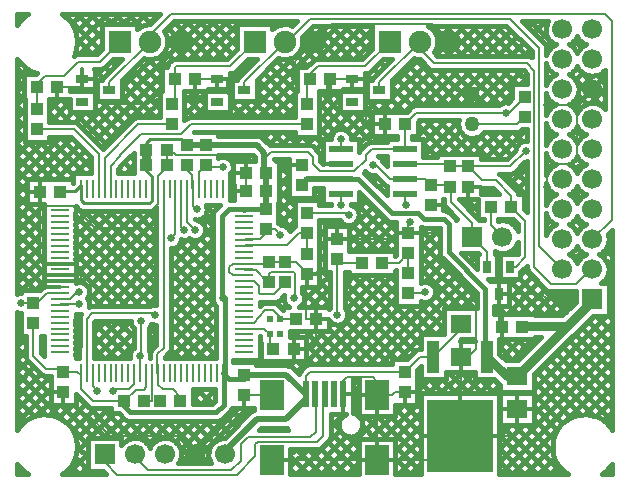
<source format=gbr>
G04 DipTrace 2.4.0.2*
%INTop.gbr*%
%MOIN*%
%ADD13C,0.007*%
%ADD14C,0.01*%
%ADD15C,0.03*%
%ADD16C,0.02*%
%ADD17C,0.015*%
%ADD18C,0.013*%
%ADD19R,0.0433X0.0394*%
%ADD20R,0.0394X0.0433*%
%ADD21R,0.0709X0.063*%
%ADD22C,0.05*%
%ADD23R,0.05X0.05*%
%ADD25R,0.0413X0.0256*%
%ADD26R,0.0256X0.0413*%
%ADD27R,0.0669X0.0669*%
%ADD28C,0.0669*%
%ADD30R,0.0197X0.0906*%
%ADD31R,0.0787X0.0984*%
%ADD32R,0.0748X0.0748*%
%ADD33C,0.0748*%
%ADD35R,0.063X0.0079*%
%ADD36R,0.0079X0.063*%
%ADD37R,0.0394X0.1083*%
%ADD38R,0.2185X0.2421*%
%ADD39R,0.0787X0.0236*%
%ADD40R,0.0197X0.0197*%
%ADD41C,0.025*%
%FSLAX44Y44*%
G04*
G70*
G90*
G75*
G01*
%LNTop*%
%LPD*%
X15062Y13606D2*
D13*
Y13263D1*
X15055Y13256D1*
X9939Y13771D2*
Y12662D1*
X10196Y12405D1*
X17188Y13606D2*
Y13314D1*
X17246Y13256D1*
X9545Y13771D2*
Y12277D1*
X9407Y12139D1*
X15062Y15106D2*
Y15440D1*
X15055Y15447D1*
X9742Y13771D2*
Y12504D1*
X9829Y12417D1*
X17188Y14106D2*
X17856D1*
X18062Y13901D1*
X18643D1*
X18687Y13856D1*
X19939Y11187D2*
Y11685D1*
X19437Y12187D1*
Y12643D1*
X18745Y13334D1*
Y13798D1*
X18687Y13856D1*
X16123Y14578D2*
X16216D1*
X16688Y14106D1*
X17188D1*
Y14606D2*
X18606D1*
X18687Y14526D1*
X19312D1*
X20687Y11187D2*
X20880D1*
X21197Y11504D1*
Y12721D1*
X20731Y13187D1*
Y13558D1*
X20230Y14060D1*
X19778D1*
X19312Y14526D1*
X20695D1*
X21215Y15045D1*
X4937Y15768D2*
X6149D1*
X6986Y14930D1*
Y13771D1*
X7343Y17063D2*
Y17343D1*
X8687Y18687D1*
Y18911D1*
X9383Y19607D1*
X23850D1*
X24096Y19361D1*
Y12755D1*
X23437Y12096D1*
X12562Y12437D2*
Y12298D1*
X12379Y12115D1*
X11866D1*
X11829Y12078D1*
X12562Y12437D2*
X12859D1*
X13042Y12254D1*
X9437Y15937D2*
X8307D1*
X7183Y14813D1*
Y13771D1*
X11843Y17063D2*
Y17343D1*
X13187Y18687D1*
X13260D1*
X14015Y19442D1*
X20682D1*
X21663Y18461D1*
Y11870D1*
X22437Y11096D1*
X6789Y7629D2*
Y7199D1*
X6942Y7047D1*
X6333Y10341D2*
X6279D1*
X6035Y10097D1*
X5699D1*
X5687Y10109D1*
X6341Y9930D2*
X5704D1*
X5687Y9912D1*
X9937Y14562D2*
Y14403D1*
X10103Y14237D1*
Y13803D1*
X10136Y13771D1*
Y13209D1*
X10252Y13093D1*
X11119Y14514D2*
X10610D1*
X10562Y14562D1*
X10333Y13771D2*
Y14333D1*
X10562Y14562D1*
X11829Y9322D2*
X12160D1*
X12336Y9498D1*
Y9524D1*
X12541Y9728D1*
X12808D1*
X13087Y9449D1*
X13041D1*
X13562Y9437D2*
X13053D1*
X13041Y9449D1*
X13937Y16606D2*
Y17356D1*
X14018Y17437D1*
Y17604D1*
X14287Y17873D1*
X15873D1*
X16687Y18687D1*
X11829Y9125D2*
X12499D1*
X12687Y8937D1*
Y8562D1*
X12812Y8437D1*
X9518Y17437D2*
Y17820D1*
X9571Y17873D1*
X11373D1*
X12187Y18687D1*
X9518Y17437D2*
Y16687D1*
X9437Y16606D1*
X4937Y16437D2*
Y17187D1*
Y17286D1*
X5190Y17539D1*
X5821D1*
X6304Y18022D1*
X7022D1*
X7687Y18687D1*
X17312Y11643D2*
Y10981D1*
X16437Y11312D2*
X16981D1*
X17312Y11643D1*
X19437Y15937D2*
X20937D1*
X21187Y16187D1*
X20062Y13187D2*
Y12562D1*
X20437Y12187D1*
X9704Y6713D2*
Y6847D1*
X9456Y7095D1*
X9123D1*
X8970Y7249D1*
Y7614D1*
X8955Y7629D1*
X9152Y13771D2*
Y8490D1*
X8944Y8282D1*
Y7639D1*
X8955Y7629D1*
X11829Y10700D2*
X12172D1*
X12323Y10549D1*
Y10321D1*
X12379Y10265D1*
X12843D1*
X13265Y10687D1*
X13187D1*
X15768Y11312D2*
X15062D1*
X14937Y11437D1*
Y9591D1*
X8874D2*
Y9630D1*
X6772D1*
X6593Y9451D1*
Y7629D1*
X17312Y10312D2*
X17838D1*
X17865Y10338D1*
X8361Y8223D2*
Y7632D1*
X8364Y7629D1*
X8187Y4937D2*
Y4849D1*
X8641Y4395D1*
X11405D1*
X11727Y4717D1*
Y5270D1*
X11958Y5501D1*
X14039D1*
X14215Y5677D1*
Y6924D1*
X14201Y6937D1*
X8405Y9360D2*
Y8267D1*
X8361Y8223D1*
X8167Y7629D2*
Y7281D1*
X7986Y7100D1*
X7511D1*
X7466Y7055D1*
X7187Y4937D2*
Y4665D1*
X7610Y4242D1*
X11591D1*
X12212Y4863D1*
Y5265D1*
X12288Y5341D1*
X14260D1*
X14476Y5557D1*
Y6897D1*
X14516Y6937D1*
X13937Y12981D2*
X15244D1*
X15315Y12910D1*
X13937Y12312D2*
Y11606D1*
Y12312D2*
X13658D1*
X13253Y11906D1*
X11854D1*
X11829Y11881D1*
X13937Y15937D2*
X10061D1*
X9723Y15599D1*
X8409D1*
X7709Y14899D1*
Y14877D1*
X7380Y14548D1*
Y13771D1*
X16343Y17063D2*
Y17343D1*
X17687Y18687D1*
Y18453D1*
X18161Y17979D1*
X21251D1*
X21509Y17720D1*
Y11173D1*
X22068Y10614D1*
X22897D1*
X23240Y10957D1*
X23298D1*
X23437Y11096D1*
X5687Y13687D2*
D14*
Y13610D1*
X5794Y13717D1*
X6212D1*
X6396Y13900D1*
Y13771D1*
X8579Y15088D2*
D15*
Y14588D1*
D14*
Y14389D1*
X8757Y14211D1*
Y13772D1*
X8758Y13771D1*
X9937Y15231D2*
D16*
X10562D1*
X8579Y15088D2*
D14*
Y15294D1*
X8711Y15426D1*
X9742D1*
X9937Y15231D1*
X12562Y14312D2*
D16*
Y13729D1*
X12579Y13713D1*
Y13123D1*
X12562Y13106D1*
D17*
X11829D1*
Y13062D1*
X10562Y15231D2*
D16*
X12253D1*
X12507Y14978D1*
Y14367D1*
X12562Y14312D1*
X12656Y10687D2*
D13*
X12605D1*
X12225Y11066D1*
X11856D1*
X11829Y11094D1*
Y7588D2*
D17*
Y7436D1*
X11339D1*
X11146Y7629D1*
X11120D1*
X7829Y6713D2*
D13*
Y6699D1*
X8213Y7084D1*
X8481D1*
X8561Y7164D1*
Y7629D1*
X7829Y6713D2*
X6795D1*
X6386Y7121D1*
Y7562D1*
Y7620D1*
X6396Y7629D1*
X5812Y7687D2*
X6261D1*
X6386Y7562D1*
X4812Y9312D2*
Y8202D1*
X5226Y7787D1*
X5712D1*
X5812Y7687D1*
X17188Y15106D2*
Y15936D1*
X17187Y15937D1*
X11829Y7588D2*
D16*
X13236D1*
X13886Y6937D1*
X19062Y9289D2*
D13*
Y9107D1*
X18142Y8187D1*
X17687D1*
X17187Y7687D1*
X11187Y4937D2*
D16*
Y5044D1*
X12263Y6119D1*
X13216D1*
X13886Y6790D1*
Y6937D1*
X20548Y16324D2*
D13*
X20655D1*
X21187Y16856D1*
X20548Y16324D2*
X17574D1*
X17187Y15937D1*
X17188Y15106D2*
X16082D1*
X15893Y14918D1*
Y14745D1*
X15511Y14362D1*
X14369D1*
X14121Y14610D1*
Y14847D1*
X13963Y15005D1*
X12723D1*
X12562Y14844D1*
Y14312D1*
X7829Y6713D2*
D17*
Y6539D1*
X8042Y6326D1*
X10895D1*
X11155Y6586D1*
Y7629D1*
X17187Y7687D2*
D13*
X14026D1*
X13886Y7547D1*
Y6937D1*
X8758Y13771D2*
D14*
Y13392D1*
X8665Y13299D1*
X6491D1*
X6396Y13395D1*
Y13771D1*
X12656Y10687D2*
D13*
Y10945D1*
X12733Y11021D1*
X13473D1*
X13520Y10974D1*
Y10137D1*
X13489D1*
X11120D2*
D17*
X11081D1*
Y12883D1*
X11314Y13115D1*
X11829D1*
X11120Y7629D2*
X11185D1*
Y10137D1*
X11120D1*
X15062Y14106D2*
D16*
X13941D1*
X13748Y13913D1*
X23437Y10096D2*
D15*
Y10034D1*
X22601Y9198D1*
X21117D1*
X21106Y9187D1*
X23437Y10039D2*
X20937Y7539D1*
X20585D1*
X19937Y8187D1*
X15062Y14106D2*
D17*
X15637D1*
X16777Y12967D1*
X17645D1*
X17836Y12775D1*
X18481D1*
X18649Y12607D1*
Y11662D1*
X19872Y10438D1*
Y8252D1*
X19937Y8187D1*
X11829Y10897D2*
D13*
X11456D1*
X11331Y11021D1*
Y11163D1*
X11459Y11290D1*
X11829D1*
X5018Y13687D2*
Y13316D1*
X5027Y13307D1*
Y13220D1*
Y11388D1*
X5125Y11290D1*
X5687D1*
Y10503D2*
X5127D1*
Y10700D1*
X5687D1*
X18687Y18687D2*
X18108Y19266D1*
X14766D1*
X14187Y18687D1*
X5027Y13220D2*
X6129D1*
X6862Y12488D1*
X8184D1*
X8955Y13259D1*
Y13771D1*
X19039Y5549D2*
X20797D1*
X20937Y5689D1*
Y6437D1*
X22437Y10096D2*
X21917D1*
X21731Y10281D1*
X20313D1*
X21931Y13834D2*
Y14439D1*
X22099Y14607D1*
X22770D1*
X22946Y14783D1*
Y16372D1*
X22737Y16582D1*
X22923D1*
X23437Y17096D1*
X8498Y6713D2*
X8750D1*
Y7010D1*
X8758Y7019D1*
Y7629D1*
X15146Y6937D2*
Y7366D1*
X15275Y7495D1*
X16123D1*
X16268Y7349D1*
Y6898D1*
Y4732D1*
X21938Y16582D2*
X22737D1*
X14231Y9437D2*
Y8577D1*
X14091Y8437D1*
X13481D1*
X13937Y10937D2*
X13910D1*
Y9437D1*
X14231D1*
X13187Y11356D2*
X13579D1*
X13998Y10937D1*
X13937D1*
X12656Y11356D2*
X13187D1*
X11829Y11290D2*
X12656D1*
Y11356D1*
X11829Y6918D2*
Y6898D1*
X12764D1*
X10187Y4937D2*
X11829Y6579D1*
Y6918D1*
X5812Y7018D2*
Y6432D1*
X5952Y6292D1*
X6603D1*
X7359Y5535D1*
X9589D1*
X10187Y4937D1*
X5687Y11290D2*
X6243D1*
X6381Y11152D1*
Y10897D1*
X5687D1*
Y10700D2*
X6260D1*
X6381Y10822D1*
Y10897D1*
X10937Y17437D2*
X10509D1*
X10187D1*
X13532D2*
X12813Y16719D1*
X11500D1*
X11249Y16970D1*
Y17437D1*
X10937D1*
X14187Y18687D2*
X13532Y18032D1*
Y17437D1*
X16268Y4732D2*
X12764D1*
X19039Y5549D2*
Y5382D1*
X18390Y4732D1*
X16268D1*
X19062Y8187D2*
Y5640D1*
X19039Y5549D1*
X19521Y10096D2*
X19575D1*
Y8452D1*
X19310Y8187D1*
X19062D1*
X17312Y12312D2*
X18282D1*
X18422Y12172D1*
Y11195D1*
X19521Y10096D1*
X14937Y12106D2*
X16767D1*
X16973Y12312D1*
X17312D1*
X13937Y10937D2*
X14208D1*
X14402Y11131D1*
Y11903D1*
X14606Y12106D1*
X14937D1*
X11893Y14312D2*
Y13713D1*
X11909D1*
X9248Y15088D2*
X9373D1*
X9561Y14899D1*
X11737D1*
X11893Y14744D1*
Y14312D1*
X9248Y14588D2*
Y15088D1*
X8955Y13771D2*
Y14203D1*
X9248Y14497D1*
Y14588D1*
X15437Y17437D2*
X15761D1*
X15880Y17319D1*
Y15946D1*
X15889Y15937D1*
X16518D1*
X14687Y17437D2*
X15437D1*
X14563Y16937D2*
X14598Y16972D1*
Y17437D1*
X14687D1*
X20313Y10281D2*
Y9242D1*
X20437Y9187D1*
X16268Y6898D2*
X16757D1*
X16877Y7018D1*
X17187D1*
X9248Y15088D2*
D3*
X8498Y6713D2*
D3*
X9034D2*
D3*
X12764Y4732D2*
D3*
X19312Y13856D2*
Y13834D1*
X19290D1*
X17312Y12312D2*
Y12626D1*
X17362Y12676D1*
X18062Y13231D2*
X18409D1*
X18553Y13087D1*
X6437Y17437D2*
X6849D1*
X6989Y17297D1*
Y16784D1*
X7163Y16610D1*
X8635D1*
X8995Y16970D1*
X5606Y17187D2*
X6437D1*
Y17437D1*
X4812Y9981D2*
X4943D1*
X5258Y10297D1*
X5677D1*
X5687Y10306D1*
X4812Y9981D2*
X4410D1*
X4401Y9972D1*
D41*
X15055Y13256D3*
X17246D3*
X15055Y15447D3*
X9407Y12139D3*
X9829Y12417D3*
X10196Y12405D3*
X7466Y7055D3*
X4401Y9972D3*
X8361Y8223D3*
X17865Y10338D3*
X15315Y12910D3*
X21215Y15045D3*
X6942Y7047D3*
X16123Y14578D3*
X13042Y12254D3*
X11119Y14514D3*
X10252Y13093D3*
X20548Y16324D3*
X6341Y9930D3*
X6333Y10341D3*
X8405Y9360D3*
X17362Y12676D3*
X18553Y13087D3*
X10173Y16785D3*
X8919Y16685D3*
X13176Y14610D3*
X14937Y9591D3*
X8874D3*
X13489Y10137D3*
X11120D3*
X9248Y15088D3*
X8498Y6713D3*
X19521Y10096D3*
X19290Y13834D3*
X12764Y4732D3*
X21931Y13834D3*
X14563Y16937D3*
X9034Y6713D3*
X13532Y17437D3*
X21938Y16582D3*
X5958Y19591D2*
D17*
X5889Y19522D1*
X4352Y17985D2*
X4283Y17916D1*
X6383Y19591D2*
X6090Y19299D1*
X4575Y17784D2*
X4283Y17491D1*
X6807Y19591D2*
X6227Y19012D1*
X4862Y17647D2*
X4821Y17605D1*
X4499Y17284D2*
X4283Y17067D1*
X7231Y19591D2*
X6272Y18632D1*
X4499Y16859D2*
X4283Y16643D1*
X7656Y19591D2*
X7346Y19282D1*
X7091Y19027D2*
X6342Y18278D1*
X4519Y16455D2*
X4283Y16219D1*
X8080Y19591D2*
X7770Y19282D1*
X7091Y18603D2*
X6766Y18278D1*
X4519Y16031D2*
X4283Y15794D1*
X8504Y19591D2*
X8195Y19282D1*
X5681Y16768D2*
X5356Y16443D1*
X4519Y15606D2*
X4283Y15370D1*
X8928Y19591D2*
X8614Y19277D1*
X7138Y17801D2*
X6865Y17529D1*
X6425Y17088D2*
X6376Y17039D1*
X6009Y16672D2*
X5361Y16024D1*
X4667Y15330D2*
X4283Y14946D1*
X6914Y17153D2*
X6799Y17038D1*
X6100Y16339D2*
X5785Y16024D1*
X5091Y15330D2*
X4283Y14521D1*
X9536Y19350D2*
X9194Y19009D1*
X6914Y16728D2*
X6865Y16680D1*
X6524Y16339D2*
X6206Y16020D1*
X5697Y15512D2*
X4283Y14097D1*
X9960Y19350D2*
X9282Y18672D1*
X8702Y18092D2*
X7770Y17161D1*
X7323Y16714D2*
X6448Y15838D1*
X6079Y15469D2*
X4714Y14105D1*
X4580Y13971D2*
X4283Y13673D1*
X10384Y19350D2*
X6660Y15626D1*
X6291Y15257D2*
X5139Y14105D1*
X4580Y13546D2*
X4283Y13249D1*
X10808Y19350D2*
X9588Y18130D1*
X9080Y17622D2*
X6872Y15414D1*
X6503Y15045D2*
X5563Y14105D1*
X4726Y13268D2*
X4283Y12824D1*
X11233Y19350D2*
X10013Y18130D1*
X9080Y17197D2*
X7084Y15202D1*
X6715Y14833D2*
X5987Y14105D1*
X5151Y13268D2*
X4283Y12400D1*
X11657Y19350D2*
X10437Y18130D1*
X9019Y16712D2*
X8500Y16193D1*
X6730Y14423D2*
X6614Y14307D1*
X5151Y12844D2*
X4283Y11976D1*
X12081Y19350D2*
X12013Y19282D1*
X11592Y18861D2*
X10861Y18130D1*
X9019Y16288D2*
X8924Y16193D1*
X5151Y12420D2*
X4283Y11552D1*
X12506Y19350D2*
X12437Y19282D1*
X10174Y17018D2*
X9855Y16700D1*
X6277Y13122D2*
X6224Y13069D1*
X5151Y11995D2*
X4283Y11127D1*
X12930Y19350D2*
X12782Y19202D1*
X10668Y17088D2*
X10625Y17045D1*
X10509Y16929D2*
X9855Y16276D1*
X8140Y14561D2*
X7886Y14307D1*
X6607Y13028D2*
X6224Y12645D1*
X5151Y11571D2*
X4283Y10703D1*
X13354Y19350D2*
X13281Y19277D1*
X12096Y18092D2*
X11365Y17361D1*
X11092Y17088D2*
X11043Y17039D1*
X10509Y16505D2*
X10197Y16193D1*
X7032Y13028D2*
X6224Y12220D1*
X5151Y11147D2*
X4305Y10301D1*
X11415Y16987D2*
X11366Y16938D1*
X10767Y16339D2*
X10621Y16193D1*
X7456Y13028D2*
X6224Y11796D1*
X5151Y10722D2*
X4847Y10419D1*
X12978Y18126D2*
X12265Y17413D1*
X11566Y16714D2*
X11365Y16513D1*
X11191Y16339D2*
X11045Y16193D1*
X7880Y13028D2*
X6224Y11372D1*
X4393Y9541D2*
X4283Y9430D1*
X14463Y19186D2*
X13728Y18452D1*
X13422Y18145D2*
X12270Y16993D1*
X11990Y16714D2*
X11469Y16193D1*
X8304Y13028D2*
X6224Y10948D1*
X4393Y9117D2*
X4283Y9006D1*
X14887Y19186D2*
X11894Y16193D1*
X11382Y15681D2*
X11254Y15553D1*
X8745Y13044D2*
X6385Y10684D1*
X4556Y8855D2*
X4283Y8582D1*
X15311Y19186D2*
X14250Y18125D1*
X13579Y17454D2*
X12318Y16193D1*
X11806Y15681D2*
X11678Y15553D1*
X11036Y14910D2*
X10981Y14855D1*
X8896Y12771D2*
X6638Y10513D1*
X4556Y8430D2*
X4283Y8157D1*
X15736Y19186D2*
X14680Y18130D1*
X13518Y16969D2*
X12742Y16193D1*
X12230Y15681D2*
X12102Y15553D1*
X11460Y14910D2*
X11337Y14787D1*
X8896Y12347D2*
X6648Y10099D1*
X5151Y8601D2*
X5069Y8520D1*
X4600Y8051D2*
X4283Y7733D1*
X16092Y19118D2*
X15104Y18130D1*
X13518Y16544D2*
X13166Y16193D1*
X12655Y15681D2*
X12459Y15485D1*
X11884Y14910D2*
X11703Y14729D1*
X8896Y11922D2*
X6861Y9887D1*
X6335Y9362D2*
X6224Y9250D1*
X4809Y7835D2*
X4283Y7309D1*
X16092Y18694D2*
X15528Y18130D1*
X14416Y17018D2*
X14355Y16957D1*
X13079Y15681D2*
X12671Y15273D1*
X12186Y14788D2*
X12127Y14729D1*
X11455Y14057D2*
X11382Y13984D1*
X10633Y13235D2*
X10588Y13190D1*
X8896Y11498D2*
X7285Y9887D1*
X6335Y8938D2*
X6224Y8826D1*
X5021Y7623D2*
X4283Y6885D1*
X14841Y17018D2*
X14355Y16533D1*
X13503Y15681D2*
X13084Y15261D1*
X11471Y13649D2*
X11382Y13559D1*
X10808Y12986D2*
X10460Y12638D1*
X9904Y12081D2*
X9408Y11586D1*
X8896Y11074D2*
X7709Y9887D1*
X7196Y9373D2*
X6849Y9027D1*
X6335Y8513D2*
X6224Y8402D1*
X5353Y7531D2*
X4283Y6460D1*
X15335Y17088D2*
X15286Y17039D1*
X15010Y16763D2*
X14355Y16108D1*
X13745Y15499D2*
X13508Y15261D1*
X10785Y12539D2*
X10502Y12255D1*
X10346Y12100D2*
X9408Y11161D1*
X8896Y10650D2*
X8133Y9887D1*
X7620Y9373D2*
X6849Y8602D1*
X5394Y7148D2*
X4283Y6036D1*
X15915Y17244D2*
X15865Y17195D1*
X15759Y17088D2*
X15710Y17039D1*
X15010Y16339D2*
X14355Y15684D1*
X14169Y15499D2*
X13932Y15261D1*
X13329Y14659D2*
X13001Y14330D1*
X10785Y12115D2*
X9408Y10737D1*
X8896Y10225D2*
X8558Y9887D1*
X8044Y9373D2*
X6849Y8178D1*
X5394Y6723D2*
X4903Y6233D1*
X18281Y19186D2*
X18157Y19062D1*
X15915Y16820D2*
X15865Y16770D1*
X15434Y16339D2*
X14540Y15445D1*
X14447Y15352D2*
X14216Y15121D1*
X13329Y14234D2*
X13017Y13922D1*
X10785Y11690D2*
X9408Y10313D1*
X8149Y9054D2*
X7260Y8165D1*
X5674Y6579D2*
X5357Y6262D1*
X18705Y19186D2*
X18279Y18760D1*
X17615Y18096D2*
X16771Y17252D1*
X16233Y16714D2*
X15255Y15735D1*
X14446Y14927D2*
X14378Y14859D1*
X13329Y13810D2*
X13017Y13498D1*
X10785Y11266D2*
X9408Y9889D1*
X8775Y9256D2*
X8662Y9143D1*
X8149Y8629D2*
X7684Y8165D1*
X6329Y6810D2*
X6231Y6712D1*
X6099Y6579D2*
X5679Y6160D1*
X19130Y19186D2*
X18226Y18283D1*
X17857Y17913D2*
X16771Y16828D1*
X16657Y16714D2*
X16299Y16355D1*
X16080Y16137D2*
X15402Y15459D1*
X13419Y13475D2*
X12981Y13037D1*
X10785Y10842D2*
X9408Y9464D1*
X8896Y8952D2*
X8662Y8718D1*
X6541Y6597D2*
X5929Y5986D1*
X4388Y4445D2*
X4283Y4339D1*
X19554Y19186D2*
X18602Y18235D1*
X18096Y17728D2*
X16723Y16355D1*
X16080Y15713D2*
X15677Y15309D1*
X13843Y13475D2*
X13788Y13420D1*
X13518Y13150D2*
X13014Y12646D1*
X10785Y10418D2*
X9408Y9040D1*
X6824Y6457D2*
X6120Y5752D1*
X19978Y19186D2*
X19027Y18235D1*
X18515Y17723D2*
X17147Y16355D1*
X16311Y15519D2*
X16155Y15363D1*
X14446Y13654D2*
X14211Y13419D1*
X13518Y12726D2*
X13292Y12500D1*
X10797Y10005D2*
X9408Y8616D1*
X7249Y6457D2*
X6244Y5452D1*
X20402Y19186D2*
X19451Y18235D1*
X18939Y17723D2*
X17797Y16581D1*
X16735Y15519D2*
X16662Y15445D1*
X10888Y9672D2*
X9381Y8165D1*
X7511Y6294D2*
X6710Y5493D1*
X6631Y5415D2*
X6264Y5048D1*
X20697Y19057D2*
X19875Y18235D1*
X19363Y17723D2*
X18221Y16581D1*
X17709Y16069D2*
X17625Y15984D1*
X16490Y14849D2*
X16415Y14774D1*
X10888Y9247D2*
X9806Y8165D1*
X7792Y6152D2*
X7134Y5493D1*
X6630Y4990D2*
X5922Y4282D1*
X21415Y19350D2*
X21279Y19214D1*
X20910Y18845D2*
X20299Y18235D1*
X19788Y17723D2*
X18645Y16581D1*
X18134Y16069D2*
X17510Y15445D1*
X16244Y14180D2*
X16116Y14052D1*
X14789Y12724D2*
X14608Y12543D1*
X14518Y12453D2*
X14355Y12290D1*
X10888Y8823D2*
X10230Y8165D1*
X8094Y6029D2*
X7558Y5493D1*
X6630Y4566D2*
X6347Y4282D1*
X21839Y19350D2*
X21491Y19002D1*
X21122Y18633D2*
X20724Y18235D1*
X20212Y17723D2*
X19070Y16581D1*
X18558Y16069D2*
X17804Y15314D1*
X16457Y13967D2*
X16329Y13839D1*
X15903Y13414D2*
X15601Y13112D1*
X15112Y12623D2*
X15033Y12543D1*
X14519Y12030D2*
X14355Y11866D1*
X12497Y10008D2*
X12453Y9964D1*
X10888Y8399D2*
X10654Y8165D1*
X8518Y6029D2*
X7880Y5391D1*
X6871Y4382D2*
X6771Y4282D1*
X21891Y18977D2*
X21703Y18790D1*
X21334Y18421D2*
X21148Y18235D1*
X20636Y17723D2*
X19494Y16581D1*
X18982Y16069D2*
X17804Y14890D1*
X16115Y13202D2*
X15356Y12442D1*
X14519Y11606D2*
X14355Y11441D1*
X12955Y10041D2*
X12888Y9975D1*
X8942Y6029D2*
X8377Y5464D1*
X22038Y18701D2*
X21902Y18564D1*
X21060Y17723D2*
X19918Y16581D1*
X19030Y15693D2*
X18200Y14862D1*
X16327Y12990D2*
X15356Y12018D1*
X14519Y11182D2*
X14355Y11017D1*
X13836Y10499D2*
X13777Y10439D1*
X13235Y9897D2*
X13193Y9856D1*
X10431Y7093D2*
X10142Y6804D1*
X9367Y6029D2*
X8624Y5286D1*
X21253Y17491D2*
X21057Y17295D1*
X20769Y17007D2*
X20384Y16622D1*
X19259Y15497D2*
X18725Y14963D1*
X16539Y12777D2*
X15492Y11730D1*
X14680Y10918D2*
X14355Y10593D1*
X14262Y10500D2*
X13824Y10063D1*
X11839Y8077D2*
X11787Y8025D1*
X10855Y7093D2*
X10384Y6622D1*
X9791Y6029D2*
X9252Y5490D1*
X22971Y18785D2*
X22747Y18561D1*
X21970Y17784D2*
X21920Y17734D1*
X19867Y15681D2*
X19149Y14963D1*
X16856Y12670D2*
X15916Y11730D1*
X14680Y10494D2*
X14042Y9855D1*
X12264Y8077D2*
X12211Y8025D1*
X10215Y6029D2*
X9550Y5364D1*
X20290Y15680D2*
X19574Y14964D1*
X16893Y12283D2*
X16341Y11730D1*
X15504Y10894D2*
X15194Y10584D1*
X14681Y10070D2*
X14466Y9856D1*
X13630Y9019D2*
X13465Y8855D1*
X12629Y8018D2*
X12519Y7909D1*
X10640Y6030D2*
X9718Y5108D1*
X20715Y15680D2*
X19816Y14781D1*
X16893Y11858D2*
X16765Y11730D1*
X15928Y10894D2*
X15194Y10159D1*
X14054Y9019D2*
X13890Y8855D1*
X13053Y8018D2*
X12943Y7909D1*
X11515Y6480D2*
X9685Y4650D1*
X23104Y17646D2*
X22887Y17428D1*
X22103Y16645D2*
X21919Y16460D1*
X21209Y15750D2*
X20240Y14781D1*
X18585Y13126D2*
X18528Y13069D1*
X17937Y12478D2*
X17730Y12271D1*
X16353Y10894D2*
X15234Y9775D1*
X14752Y9293D2*
X14669Y9210D1*
X14478Y9019D2*
X13920Y8461D1*
X13477Y8018D2*
X13349Y7890D1*
X11939Y6480D2*
X10109Y4650D1*
X23423Y17539D2*
X22993Y17110D1*
X19301Y13418D2*
X19166Y13283D1*
X18353Y12470D2*
X17730Y11846D1*
X16777Y10893D2*
X13583Y7700D1*
X10653Y4770D2*
X10534Y4650D1*
X23840Y17533D2*
X22816Y16508D1*
X22024Y15716D2*
X21919Y15612D1*
X20577Y14270D2*
X20482Y14175D1*
X20111Y13804D2*
X19912Y13605D1*
X19624Y13317D2*
X19379Y13071D1*
X18353Y12046D2*
X17730Y11422D1*
X16893Y10586D2*
X14251Y7943D1*
X23840Y17109D2*
X23379Y16648D1*
X21253Y14522D2*
X20694Y13963D1*
X19624Y12892D2*
X19591Y12860D1*
X18355Y11623D2*
X17730Y10998D1*
X16893Y10161D2*
X14675Y7943D1*
X12529Y5798D2*
X12490Y5758D1*
X23840Y16684D2*
X23729Y16573D1*
X22959Y15803D2*
X22730Y15574D1*
X21959Y14803D2*
X21919Y14763D1*
X21253Y14097D2*
X20907Y13751D1*
X18520Y11364D2*
X17839Y10683D1*
X17031Y9875D2*
X15099Y7943D1*
X12954Y5798D2*
X12914Y5758D1*
X23179Y15599D2*
X23130Y15550D1*
X22984Y15403D2*
X22933Y15353D1*
X22180Y14599D2*
X22131Y14551D1*
X21983Y14402D2*
X21919Y14339D1*
X21253Y13673D2*
X21168Y13588D1*
X19212Y11631D2*
X19159Y11578D1*
X18733Y11152D2*
X18139Y10559D1*
X17455Y9875D2*
X15524Y7943D1*
X21253Y13249D2*
X21168Y13164D1*
X20773Y12768D2*
X20691Y12687D1*
X19629Y11625D2*
X19370Y11366D1*
X18945Y10940D2*
X15948Y7943D1*
X23086Y14657D2*
X22874Y14445D1*
X22087Y13658D2*
X21919Y13490D1*
X19157Y10728D2*
X16372Y7943D1*
X15653Y7225D2*
X15466Y7037D1*
X13514Y5085D2*
X13379Y4950D1*
X20337Y11484D2*
X20288Y11435D1*
X19369Y10516D2*
X18679Y9826D1*
X18486Y9633D2*
X17803Y8949D1*
X17723Y8870D2*
X16977Y8124D1*
X15653Y6800D2*
X15466Y6613D1*
X15116Y6263D2*
X14733Y5880D1*
X13938Y5085D2*
X13379Y4526D1*
X23010Y13733D2*
X22799Y13522D1*
X22011Y12733D2*
X21919Y12642D1*
X20940Y11663D2*
X20892Y11615D1*
X20337Y11060D2*
X20288Y11011D1*
X19576Y10299D2*
X19103Y9826D1*
X18486Y9208D2*
X18227Y8949D1*
X15653Y6376D2*
X15557Y6280D1*
X15017Y5740D2*
X13560Y4283D1*
X20461Y10760D2*
X20412Y10710D1*
X19576Y9875D2*
X19528Y9826D1*
X15885Y6184D2*
X15761Y6059D1*
X15237Y5536D2*
X13984Y4283D1*
X22949Y12823D2*
X22710Y12584D1*
X21255Y11129D2*
X21036Y10910D1*
X20885Y10760D2*
X20663Y10537D1*
X17723Y7597D2*
X17605Y7479D1*
X16310Y6184D2*
X14408Y4283D1*
X23159Y12609D2*
X22924Y12373D1*
X21432Y10882D2*
X20663Y10113D1*
X20403Y9853D2*
X20169Y9619D1*
X17975Y7425D2*
X17605Y7055D1*
X17130Y6580D2*
X16883Y6333D1*
X16734Y6184D2*
X15996Y5446D1*
X15653Y5103D2*
X14833Y4283D1*
X21644Y10670D2*
X20580Y9606D1*
X18625Y7650D2*
X18558Y7584D1*
X18399Y7425D2*
X17955Y6981D1*
X17725Y6751D2*
X17605Y6631D1*
X17555Y6581D2*
X16420Y5446D1*
X15653Y4679D2*
X15257Y4283D1*
X23070Y11671D2*
X22861Y11462D1*
X21857Y10458D2*
X21004Y9606D1*
X19049Y7650D2*
X18379Y6981D1*
X17725Y6326D2*
X16845Y5446D1*
X24091Y12269D2*
X23989Y12166D1*
X22181Y10358D2*
X21429Y9606D1*
X20592Y8769D2*
X20355Y8532D1*
X19473Y7650D2*
X18804Y6981D1*
X17725Y5902D2*
X16883Y5060D1*
X24091Y11844D2*
X23784Y11536D1*
X22606Y10358D2*
X21816Y9569D1*
X21016Y8769D2*
X20451Y8204D1*
X19672Y7425D2*
X19228Y6981D1*
X17725Y5478D2*
X16883Y4636D1*
X24091Y11420D2*
X23961Y11290D1*
X22881Y10209D2*
X22241Y9569D1*
X21441Y8769D2*
X20748Y8076D1*
X20097Y7425D2*
X19652Y6981D1*
X17725Y5054D2*
X16954Y4283D1*
X24091Y10996D2*
X23905Y10809D1*
X20345Y7249D2*
X20076Y6981D1*
X17725Y4629D2*
X17378Y4283D1*
X24091Y10571D2*
X23992Y10473D1*
X24091Y10147D2*
X23992Y10048D1*
X23484Y9540D2*
X21513Y7569D1*
X24091Y9723D2*
X23992Y9624D1*
X23909Y9541D2*
X21513Y7145D1*
X24091Y9299D2*
X21513Y6720D1*
X20693Y5900D2*
X20353Y5560D1*
X24091Y8874D2*
X21513Y6296D1*
X21117Y5900D2*
X20353Y5136D1*
X24091Y8450D2*
X20353Y4712D1*
X24091Y8026D2*
X20353Y4288D1*
X24091Y7602D2*
X22537Y6048D1*
X22327Y5837D2*
X20772Y4283D1*
X24091Y7177D2*
X23187Y6273D1*
X22100Y5186D2*
X21197Y4283D1*
X24091Y6753D2*
X23552Y6213D1*
X22160Y4822D2*
X21621Y4283D1*
X24091Y6329D2*
X23830Y6067D1*
X22306Y4543D2*
X22045Y4283D1*
X24091Y5905D2*
X24046Y5859D1*
X22515Y4328D2*
X22470Y4283D1*
X22857Y18725D2*
X23066Y18516D1*
X21808Y19350D2*
X21901Y19257D1*
X23598Y17560D2*
X23840Y17318D1*
X21384Y19350D2*
X22155Y18579D1*
X22920Y17814D2*
X23840Y16894D1*
X22705Y17605D2*
X23840Y16470D1*
X22967Y16919D2*
X23260Y16625D1*
X20275Y19186D2*
X21227Y18235D1*
X21919Y17542D2*
X22007Y17454D1*
X22796Y16665D2*
X23007Y16455D1*
X19851Y19186D2*
X20803Y18235D1*
X19427Y19186D2*
X20378Y18235D1*
X20890Y17723D2*
X21253Y17360D1*
X21919Y16694D2*
X22084Y16529D1*
X22870Y15742D2*
X23083Y15530D1*
X19002Y19186D2*
X19954Y18235D1*
X20466Y17723D2*
X20894Y17295D1*
X18578Y19186D2*
X19530Y18235D1*
X20041Y17723D2*
X20769Y16995D1*
X21919Y15845D2*
X22009Y15755D1*
X22096Y15668D2*
X22175Y15590D1*
X22932Y14833D2*
X23008Y14756D1*
X23097Y14668D2*
X23174Y14590D1*
X18154Y19186D2*
X19105Y18235D1*
X19617Y17723D2*
X20652Y16688D1*
X21919Y15421D2*
X21958Y15382D1*
X22725Y14615D2*
X22957Y14383D1*
X18281Y18634D2*
X18681Y18235D1*
X19193Y17723D2*
X20322Y16594D1*
X21167Y15749D2*
X21253Y15662D1*
X18165Y18326D2*
X18257Y18235D1*
X18769Y17723D2*
X19911Y16581D1*
X20810Y15681D2*
X21112Y15379D1*
X21919Y14572D2*
X22021Y14471D1*
X22812Y13679D2*
X23020Y13472D1*
X18344Y17723D2*
X19487Y16581D1*
X20386Y15681D2*
X20890Y15177D1*
X23992Y12075D2*
X24091Y11976D1*
X17526Y18117D2*
X19062Y16581D1*
X19962Y15681D2*
X20721Y14922D1*
X21091Y14552D2*
X21253Y14390D1*
X21919Y13724D2*
X22100Y13543D1*
X22884Y12759D2*
X23100Y12543D1*
X23885Y11758D2*
X24091Y11552D1*
X16033Y19186D2*
X16091Y19128D1*
X17294Y17925D2*
X18638Y16581D1*
X19687Y15532D2*
X20436Y14782D1*
X20878Y14340D2*
X21253Y13965D1*
X23968Y11251D2*
X24091Y11127D1*
X15608Y19186D2*
X16091Y18704D1*
X17082Y17713D2*
X18214Y16581D1*
X18726Y16069D2*
X18988Y15807D1*
X19307Y15487D2*
X20012Y14782D1*
X20525Y14269D2*
X21253Y13541D1*
X23941Y10853D2*
X24091Y10703D1*
X15184Y19186D2*
X16001Y18369D1*
X16369Y18001D2*
X16500Y17870D1*
X16869Y17501D2*
X17790Y16581D1*
X18301Y16069D2*
X19407Y14963D1*
X21168Y13202D2*
X21253Y13117D1*
X21919Y12451D2*
X21969Y12401D1*
X22743Y11627D2*
X22969Y11402D1*
X23992Y10378D2*
X24091Y10279D1*
X14760Y19186D2*
X15789Y18157D1*
X16157Y17789D2*
X16288Y17658D1*
X16770Y17176D2*
X17415Y16531D1*
X17877Y16069D2*
X18983Y14963D1*
X23992Y9953D2*
X24091Y9855D1*
X14335Y19186D2*
X15391Y18130D1*
X15903Y17618D2*
X16098Y17424D1*
X16770Y16752D2*
X17166Y16355D1*
X17625Y15896D2*
X18559Y14963D1*
X19730Y13792D2*
X19916Y13606D1*
X20752Y12769D2*
X20940Y12582D1*
X23983Y9539D2*
X24091Y9430D1*
X14019Y19078D2*
X14967Y18130D1*
X15865Y17232D2*
X15916Y17182D1*
X16384Y16714D2*
X16742Y16355D1*
X17579Y15519D2*
X17652Y15445D1*
X17803Y15295D2*
X18235Y14862D1*
X22740Y10358D2*
X22881Y10217D1*
X23558Y9539D2*
X24091Y9006D1*
X13323Y19350D2*
X13439Y19234D1*
X13807Y18866D2*
X14543Y18130D1*
X15585Y17088D2*
X15634Y17039D1*
X15865Y16808D2*
X15916Y16758D1*
X15959Y16714D2*
X16318Y16355D1*
X19254Y13419D2*
X19624Y13049D1*
X20857Y11816D2*
X20940Y11733D1*
X22315Y10358D2*
X22770Y9903D1*
X23303Y9370D2*
X24091Y8582D1*
X12899Y19350D2*
X12995Y19254D1*
X13754Y18495D2*
X14154Y18095D1*
X15161Y17088D2*
X15210Y17039D1*
X15865Y16384D2*
X16079Y16170D1*
X16730Y15519D2*
X16804Y15445D1*
X20597Y11652D2*
X20635Y11614D1*
X21155Y11094D2*
X22558Y9691D1*
X23091Y9158D2*
X24091Y8157D1*
X12474Y19350D2*
X12543Y19282D1*
X13586Y18238D2*
X13935Y17890D1*
X14806Y17018D2*
X15009Y16816D1*
X15486Y16339D2*
X16079Y15745D1*
X16306Y15519D2*
X16462Y15363D1*
X20288Y11536D2*
X20337Y11488D1*
X21036Y10789D2*
X22256Y9569D1*
X22879Y8946D2*
X24091Y7733D1*
X12050Y19350D2*
X12118Y19282D1*
X13300Y18101D2*
X13580Y17820D1*
X14382Y17018D2*
X15009Y16392D1*
X15060Y16340D2*
X16040Y15361D1*
X20288Y11112D2*
X20337Y11064D1*
X20641Y10759D2*
X21832Y9569D1*
X22665Y8735D2*
X24091Y7309D1*
X11626Y19350D2*
X11694Y19282D1*
X12922Y18054D2*
X13580Y17396D1*
X14355Y16621D2*
X15266Y15711D1*
X15319Y15658D2*
X15531Y15445D1*
X15678Y15298D2*
X15791Y15185D1*
X19345Y11631D2*
X19589Y11387D1*
X20217Y10759D2*
X20267Y10709D1*
X20663Y10313D2*
X21371Y9605D1*
X22453Y8523D2*
X24091Y6885D1*
X11202Y19350D2*
X11591Y18960D1*
X12710Y17842D2*
X13519Y17033D1*
X14355Y16196D2*
X14833Y15719D1*
X18073Y12479D2*
X18353Y12199D1*
X20663Y9889D2*
X20947Y9605D1*
X22241Y8311D2*
X24091Y6460D1*
X10777Y19350D2*
X11591Y18536D1*
X12035Y18092D2*
X12130Y17998D1*
X12498Y17630D2*
X13519Y16609D1*
X14355Y15772D2*
X14682Y15445D1*
X17730Y12398D2*
X18353Y11775D1*
X20274Y9854D2*
X20522Y9605D1*
X21359Y8769D2*
X21497Y8631D1*
X22029Y8099D2*
X24091Y6036D1*
X10353Y19350D2*
X11417Y18286D1*
X11787Y17917D2*
X11918Y17785D1*
X12285Y17418D2*
X13510Y16193D1*
X14205Y15499D2*
X14447Y15256D1*
X17730Y11974D2*
X19576Y10127D1*
X20935Y8769D2*
X21285Y8419D1*
X21816Y7887D2*
X23471Y6233D1*
X9929Y19350D2*
X11149Y18130D1*
X11574Y17705D2*
X11706Y17573D1*
X12271Y17009D2*
X13086Y16193D1*
X13780Y15499D2*
X14031Y15248D1*
X14365Y14914D2*
X14447Y14832D1*
X15678Y13601D2*
X16893Y12386D1*
X17730Y11549D2*
X19454Y9826D1*
X20511Y8769D2*
X21073Y8206D1*
X21604Y7675D2*
X23017Y6262D1*
X9505Y19350D2*
X10725Y18130D1*
X11366Y17489D2*
X11442Y17413D1*
X12141Y16714D2*
X12662Y16193D1*
X13174Y15681D2*
X13593Y15261D1*
X15588Y13266D2*
X16893Y11962D1*
X17730Y11125D2*
X19029Y9826D1*
X20355Y8500D2*
X20779Y8075D1*
X21513Y7342D2*
X22695Y6160D1*
X8839Y19591D2*
X8918Y19512D1*
X9287Y19143D2*
X10300Y18130D1*
X11342Y17088D2*
X11415Y17015D1*
X11717Y16714D2*
X12238Y16193D1*
X12749Y15681D2*
X13169Y15261D1*
X15641Y12789D2*
X16701Y11730D1*
X18197Y10234D2*
X18605Y9826D1*
X21427Y7004D2*
X22445Y5986D1*
X23986Y4445D2*
X24091Y4339D1*
X8415Y19591D2*
X8706Y19300D1*
X9281Y18725D2*
X9876Y18130D1*
X10918Y17088D2*
X10967Y17039D1*
X11366Y16641D2*
X11813Y16193D1*
X12325Y15681D2*
X12745Y15261D1*
X13258Y14748D2*
X13330Y14676D1*
X14221Y13785D2*
X14447Y13559D1*
X15426Y12580D2*
X16276Y11730D1*
X17993Y10013D2*
X18486Y9521D1*
X21513Y6493D2*
X22254Y5752D1*
X7991Y19591D2*
X8380Y19202D1*
X9201Y18381D2*
X9470Y18112D1*
X11243Y16339D2*
X11389Y16193D1*
X11901Y15681D2*
X12029Y15553D1*
X13000Y14582D2*
X13330Y14252D1*
X14107Y13475D2*
X14162Y13420D1*
X14858Y12724D2*
X15039Y12543D1*
X15355Y12227D2*
X15852Y11730D1*
X16689Y10893D2*
X16893Y10689D1*
X17708Y9874D2*
X18486Y9096D1*
X20158Y7424D2*
X20362Y7220D1*
X21513Y6069D2*
X22130Y5452D1*
X7566Y19591D2*
X7876Y19282D1*
X8989Y18169D2*
X9268Y17890D1*
X10139Y17018D2*
X10509Y16649D1*
X10819Y16339D2*
X10965Y16193D1*
X11477Y15681D2*
X11605Y15553D1*
X13000Y14158D2*
X13330Y13828D1*
X13683Y13475D2*
X13737Y13420D1*
X14433Y12724D2*
X14614Y12543D1*
X15355Y11803D2*
X15428Y11730D1*
X16265Y10893D2*
X16893Y10265D1*
X17284Y9874D2*
X18207Y8951D1*
X19733Y7424D2*
X20176Y6982D1*
X21256Y5901D2*
X22110Y5048D1*
X7142Y19591D2*
X7451Y19282D1*
X8639Y18094D2*
X9081Y17653D1*
X9856Y16878D2*
X10541Y16193D1*
X11052Y15681D2*
X11180Y15553D1*
X11823Y14910D2*
X12004Y14729D1*
X13016Y13717D2*
X13519Y13215D1*
X14355Y12378D2*
X14518Y12215D1*
X15840Y10893D2*
X17783Y8951D1*
X19084Y7650D2*
X19752Y6982D1*
X20832Y5901D2*
X22452Y4282D1*
X6718Y19591D2*
X7092Y19217D1*
X8339Y17970D2*
X9081Y17229D1*
X9856Y16453D2*
X10116Y16193D1*
X11399Y14910D2*
X11580Y14729D1*
X13015Y13295D2*
X13519Y12790D1*
X14355Y11954D2*
X14518Y11791D1*
X15416Y10893D2*
X17723Y8586D1*
X18659Y7650D2*
X19328Y6982D1*
X20408Y5901D2*
X22027Y4282D1*
X6294Y19591D2*
X7092Y18793D1*
X8127Y17758D2*
X9019Y16866D1*
X10979Y14905D2*
X11033Y14852D1*
X12980Y12905D2*
X13431Y12454D1*
X14355Y11530D2*
X14518Y11367D1*
X15194Y10691D2*
X17508Y8377D1*
X18460Y7424D2*
X18903Y6982D1*
X20353Y5532D2*
X21603Y4282D1*
X5869Y19591D2*
X7045Y18415D1*
X7415Y18046D2*
X7546Y17915D1*
X7915Y17545D2*
X9019Y16441D1*
X11381Y14080D2*
X11455Y14005D1*
X14355Y11105D2*
X14681Y10780D1*
X15194Y10267D2*
X17296Y8165D1*
X17665Y7796D2*
X17724Y7737D1*
X18036Y7424D2*
X18479Y6982D1*
X20353Y5108D2*
X21179Y4282D1*
X6269Y18767D2*
X6759Y18278D1*
X7203Y17834D2*
X7334Y17703D1*
X7771Y17265D2*
X8844Y16193D1*
X11381Y13656D2*
X11472Y13564D1*
X14355Y10681D2*
X14681Y10356D1*
X15194Y9842D2*
X16911Y8125D1*
X17605Y7431D2*
X18055Y6982D1*
X20353Y4683D2*
X20754Y4282D1*
X6231Y18381D2*
X6334Y18278D1*
X6864Y17748D2*
X7125Y17487D1*
X7771Y16841D2*
X8419Y16193D1*
X14113Y10499D2*
X14681Y9932D1*
X15224Y9388D2*
X16669Y7943D1*
X17605Y7007D2*
X17725Y6887D1*
X6864Y17323D2*
X6915Y17273D1*
X7474Y16714D2*
X8094Y16093D1*
X13777Y10411D2*
X14332Y9855D1*
X14944Y9244D2*
X16245Y7943D1*
X17605Y6583D2*
X17725Y6463D1*
X4283Y19481D2*
X4362Y19402D1*
X6677Y17087D2*
X6725Y17039D1*
X6865Y16898D2*
X6914Y16850D1*
X7049Y16714D2*
X7883Y15880D1*
X10584Y13179D2*
X10795Y12968D1*
X13796Y9967D2*
X13908Y9856D1*
X14670Y9094D2*
X15820Y7943D1*
X17184Y6580D2*
X17726Y6038D1*
X6252Y17087D2*
X6300Y17039D1*
X6865Y16474D2*
X7671Y15668D1*
X10497Y12843D2*
X10785Y12554D1*
X14320Y9019D2*
X15396Y7943D1*
X16884Y6456D2*
X17726Y5613D1*
X6575Y16340D2*
X7459Y15456D1*
X8047Y14868D2*
X8140Y14775D1*
X10541Y12374D2*
X10785Y12130D1*
X12901Y10014D2*
X13124Y9791D1*
X13896Y9019D2*
X14972Y7943D1*
X15485Y7430D2*
X15653Y7262D1*
X16731Y6184D2*
X17726Y5189D1*
X4824Y17667D2*
X4884Y17606D1*
X5722Y16769D2*
X6009Y16482D1*
X6151Y16340D2*
X7247Y15244D1*
X7847Y14644D2*
X8140Y14351D1*
X10382Y12109D2*
X10785Y11706D1*
X13471Y9019D2*
X13636Y8855D1*
X13919Y8572D2*
X14547Y7943D1*
X15465Y7026D2*
X15653Y6838D1*
X16307Y6184D2*
X17726Y4765D1*
X4283Y17784D2*
X4499Y17567D1*
X5356Y16711D2*
X6042Y16024D1*
X7636Y14430D2*
X7759Y14307D1*
X9970Y12097D2*
X10785Y11281D1*
X13919Y8148D2*
X14123Y7943D1*
X15465Y6601D2*
X15653Y6414D1*
X15883Y6184D2*
X16621Y5446D1*
X16884Y5183D2*
X17726Y4341D1*
X4283Y17360D2*
X4499Y17143D1*
X5356Y16287D2*
X5618Y16024D1*
X8614Y13028D2*
X8896Y12746D1*
X9698Y11945D2*
X10785Y10857D1*
X13624Y8018D2*
X13807Y7836D1*
X15782Y5861D2*
X16196Y5446D1*
X16884Y4759D2*
X17360Y4283D1*
X4283Y16935D2*
X4519Y16699D1*
X5707Y15511D2*
X6730Y14488D1*
X8190Y13028D2*
X8896Y12322D1*
X9426Y11792D2*
X10785Y10433D1*
X13200Y8018D2*
X13326Y7892D1*
X14955Y6263D2*
X15059Y6159D1*
X15628Y5590D2*
X15772Y5446D1*
X16884Y4334D2*
X16935Y4283D1*
X4283Y16511D2*
X4519Y16275D1*
X5356Y15438D2*
X6486Y14307D1*
X7765Y13028D2*
X8896Y11898D1*
X9408Y11386D2*
X10827Y9967D1*
X12775Y8018D2*
X12885Y7909D1*
X14733Y6061D2*
X15005Y5789D1*
X15258Y5536D2*
X15653Y5141D1*
X4283Y16087D2*
X4519Y15850D1*
X5039Y15330D2*
X6135Y14235D1*
X7341Y13028D2*
X8896Y11474D1*
X9408Y10962D2*
X10888Y9481D1*
X12293Y8076D2*
X12461Y7909D1*
X14733Y5637D2*
X15653Y4717D1*
X4283Y15663D2*
X4519Y15426D1*
X4615Y15330D2*
X5840Y14105D1*
X6917Y13028D2*
X8896Y11049D1*
X9408Y10537D2*
X10888Y9057D1*
X11869Y8076D2*
X11920Y8025D1*
X14617Y5329D2*
X15653Y4293D1*
X4283Y15238D2*
X5416Y14105D1*
X6493Y13028D2*
X8896Y10625D1*
X9408Y10113D2*
X10888Y8633D1*
X14399Y5121D2*
X15238Y4283D1*
X4283Y14814D2*
X4991Y14105D1*
X6224Y12873D2*
X8896Y10201D1*
X9408Y9689D2*
X10888Y8209D1*
X14012Y5085D2*
X14814Y4283D1*
X4283Y14390D2*
X4580Y14092D1*
X6224Y12448D2*
X8753Y9919D1*
X9408Y9265D2*
X10507Y8166D1*
X12875Y5798D2*
X12914Y5758D1*
X13587Y5085D2*
X14390Y4283D1*
X4283Y13966D2*
X4580Y13668D1*
X4980Y13269D2*
X5151Y13098D1*
X6224Y12024D2*
X8362Y9886D1*
X9408Y8840D2*
X10083Y8166D1*
X11768Y6480D2*
X11965Y6283D1*
X12451Y5798D2*
X12490Y5758D1*
X13379Y4870D2*
X13966Y4283D1*
X4283Y13541D2*
X5151Y12673D1*
X6224Y11600D2*
X7938Y9886D1*
X8680Y9144D2*
X8896Y8928D1*
X9401Y8423D2*
X9658Y8166D1*
X10732Y7092D2*
X10858Y6966D1*
X11405Y6419D2*
X11753Y6071D1*
X13379Y4445D2*
X13541Y4283D1*
X4283Y13117D2*
X5151Y12249D1*
X6224Y11176D2*
X7514Y9886D1*
X8026Y9374D2*
X8060Y9340D1*
X8662Y8738D2*
X8846Y8553D1*
X10308Y7092D2*
X10772Y6628D1*
X11198Y6202D2*
X11541Y5859D1*
X4283Y12693D2*
X5151Y11825D1*
X6224Y10751D2*
X6289Y10686D1*
X6677Y10299D2*
X7090Y9886D1*
X7601Y9374D2*
X8149Y8827D1*
X10142Y6833D2*
X10353Y6623D1*
X10944Y6031D2*
X11329Y5646D1*
X4283Y12269D2*
X5151Y11401D1*
X7177Y9374D2*
X8097Y8454D1*
X10521Y6030D2*
X11069Y5482D1*
X4283Y11844D2*
X5151Y10976D1*
X6849Y9278D2*
X7961Y8166D1*
X10097Y6030D2*
X10792Y5335D1*
X4283Y11420D2*
X5151Y10552D1*
X6224Y9478D2*
X6335Y9367D1*
X6849Y8854D2*
X7537Y8166D1*
X9673Y6030D2*
X10643Y5060D1*
X4283Y10996D2*
X4859Y10419D1*
X6224Y9054D2*
X6335Y8943D1*
X6849Y8429D2*
X7113Y8166D1*
X9249Y6030D2*
X10628Y4650D1*
X4283Y10571D2*
X4435Y10419D1*
X6224Y8630D2*
X6335Y8519D1*
X8824Y6030D2*
X9416Y5438D1*
X9688Y5166D2*
X10204Y4650D1*
X6224Y8206D2*
X6264Y8166D1*
X8400Y6030D2*
X8976Y5454D1*
X9704Y4725D2*
X9779Y4650D1*
X7961Y6045D2*
X8735Y5270D1*
X4283Y9299D2*
X4393Y9188D1*
X5069Y8512D2*
X5151Y8431D1*
X7126Y6456D2*
X8094Y5487D1*
X4283Y8874D2*
X4556Y8601D1*
X6231Y6926D2*
X7665Y5492D1*
X7742Y5415D2*
X7807Y5350D1*
X4283Y8450D2*
X4559Y8174D1*
X5198Y7534D2*
X5394Y7339D1*
X6153Y6580D2*
X7240Y5492D1*
X4283Y8026D2*
X5394Y6914D1*
X5729Y6580D2*
X6816Y5492D1*
X4283Y7602D2*
X5837Y6048D1*
X6047Y5837D2*
X6630Y5254D1*
X4283Y7177D2*
X5187Y6273D1*
X6274Y5186D2*
X6630Y4829D1*
X7079Y4381D2*
X7177Y4283D1*
X4283Y6753D2*
X4822Y6213D1*
X6214Y4822D2*
X6753Y4283D1*
X4283Y6329D2*
X4544Y6067D1*
X6068Y4543D2*
X6329Y4283D1*
X4283Y5905D2*
X4329Y5859D1*
X5860Y4328D2*
X5904Y4283D1*
X5335Y14095D2*
X6114D1*
Y13989D1*
X6145Y14019D1*
Y14297D1*
X6646Y14294D1*
X6738Y14297D1*
X6740Y14828D1*
X6048Y15521D1*
X5345Y15522D1*
Y15340D1*
X4529D1*
X4532Y16195D1*
X4529Y16160D1*
Y16781D1*
X4510Y16779D1*
Y17595D1*
X4896D1*
X4940Y17638D1*
X4787Y17688D1*
X4653Y17753D1*
X4528Y17836D1*
X4416Y17936D1*
X4319Y18050D1*
X4271Y18122D1*
X4272Y14277D1*
Y10281D1*
X4318Y10297D1*
X4404Y10306D1*
Y10409D1*
X5021D1*
X5084Y10470D1*
X5161Y10523D1*
Y11737D1*
Y11934D1*
Y12131D1*
Y12328D1*
Y12525D1*
Y12722D1*
Y12919D1*
Y13115D1*
X5160Y13279D1*
X4590D1*
Y14095D1*
X5445Y14094D1*
X12988Y14120D2*
X13006D1*
Y13305D1*
X12971D1*
X12970Y12679D1*
Y12656D1*
X13016Y12626D1*
X13055Y12589D1*
X13109Y12583D1*
X13180Y12560D1*
X13245Y12522D1*
X13299Y12471D1*
X13341Y12408D1*
X13358Y12363D1*
X13501Y12501D1*
X13529Y12554D1*
Y13409D1*
X14345D1*
Y13228D1*
X14722Y13227D1*
Y13276D1*
X14457Y13277D1*
Y13794D1*
X14155Y13795D1*
X14156Y13486D1*
X13340D1*
X13343Y14341D1*
X13340Y14350D1*
Y14759D1*
X12826D1*
X12885Y14720D1*
X12989D1*
Y14122D1*
X11482Y13401D2*
X11480Y13904D1*
X11465D1*
Y14720D1*
X12196D1*
Y14848D1*
X12126Y14919D1*
X11278Y14920D1*
X10971D1*
X10970Y14814D1*
X11037Y14839D1*
X11111Y14849D1*
X11186Y14843D1*
X11257Y14820D1*
X11321Y14782D1*
X11376Y14730D1*
X11417Y14668D1*
X11444Y14598D1*
X11455Y14514D1*
X11447Y14439D1*
X11422Y14369D1*
X11371Y14293D1*
X11370Y13404D1*
X11480Y13401D1*
X16854Y8114D2*
X17269D1*
X17513Y8361D1*
X17573Y8405D1*
X17664Y8432D1*
X17736Y8433D1*
X17734Y8860D1*
Y8939D1*
X18498D1*
X18497Y9815D1*
X19587D1*
X19586Y10321D1*
X18447Y11459D1*
X18401Y11519D1*
X18373Y11588D1*
X18363Y11662D1*
Y12489D1*
X17836D1*
X17759Y12500D1*
X17720Y12499D1*
X17717Y11215D1*
X17720Y10959D1*
Y10643D1*
X17783Y10664D1*
X17857Y10674D1*
X17931Y10668D1*
X18003Y10645D1*
X18067Y10607D1*
X18121Y10555D1*
X18163Y10493D1*
X18190Y10423D1*
X18201Y10338D1*
X18192Y10264D1*
X18168Y10193D1*
X18128Y10130D1*
X18075Y10077D1*
X18012Y10037D1*
X17942Y10011D1*
X17867Y10003D1*
X17793Y10010D1*
X17720Y10036D1*
Y9885D1*
X16904D1*
X16907Y10739D1*
X16904Y10704D1*
Y11067D1*
X16864Y11045D1*
Y10904D1*
X16010Y10907D1*
X16045Y10904D1*
X15340D1*
Y11010D1*
X15183D1*
Y9817D1*
X15235Y9745D1*
X15262Y9675D1*
X15273Y9591D1*
X15265Y9516D1*
X15240Y9445D1*
X15200Y9382D1*
X15148Y9329D1*
X15084Y9289D1*
X15014Y9264D1*
X14940Y9255D1*
X14865Y9262D1*
X14794Y9286D1*
X14731Y9326D1*
X14677Y9378D1*
X14658Y9407D1*
X14659Y9029D1*
X13350D1*
X13351Y8846D1*
X13909Y8845D1*
Y8029D1*
X12385D1*
Y8627D1*
X12378Y8628D1*
Y8878D1*
X12355D1*
X12352Y8678D1*
X12355Y8532D1*
X12352Y8481D1*
X12355Y8335D1*
X12352Y8284D1*
X12355Y8138D1*
Y8087D1*
X11471D1*
Y8016D1*
X12237Y8015D1*
Y7900D1*
X12954Y7899D1*
X13236D1*
X13310Y7890D1*
X13380Y7863D1*
X13455Y7807D1*
X13649Y7614D1*
X13686Y7690D1*
X13765Y7774D1*
X13852Y7861D1*
X13913Y7905D1*
X14004Y7932D1*
X16276Y7933D1*
X16779Y7935D1*
Y8114D1*
X16854D1*
X17595Y7746D2*
X17592Y7260D1*
X17595Y7250D1*
Y6590D1*
X16872D1*
X16873Y6195D1*
X15663D1*
Y7441D1*
X15455D1*
Y6298D1*
X15557Y6263D1*
X15621Y6224D1*
X15675Y6173D1*
X15719Y6112D1*
X15751Y6044D1*
X15769Y5972D1*
X15774Y5913D1*
X15767Y5839D1*
X15745Y5767D1*
X15711Y5701D1*
X15664Y5642D1*
X15607Y5593D1*
X15542Y5556D1*
X15471Y5532D1*
X15397Y5522D1*
X15322Y5527D1*
X15250Y5545D1*
X15182Y5577D1*
X15122Y5622D1*
X15071Y5677D1*
X15031Y5740D1*
X15005Y5810D1*
X14992Y5884D1*
X14994Y5959D1*
X15010Y6032D1*
X15039Y6101D1*
X15081Y6163D1*
X15134Y6216D1*
X15196Y6258D1*
X15233Y6273D1*
X14720D1*
X14722Y5922D1*
Y5557D1*
X14711Y5483D1*
X14666Y5400D1*
X14434Y5167D1*
X14374Y5123D1*
X14283Y5096D1*
X13367Y5095D1*
X13369Y4880D1*
Y4271D1*
X15665Y4272D1*
X15663Y4494D1*
Y5435D1*
X16873D1*
Y4271D1*
X17737Y4272D1*
X17736Y5058D1*
Y6971D1*
X20343D1*
Y4272D1*
X22621D1*
X22528Y4336D1*
X22416Y4436D1*
X22319Y4550D1*
X22239Y4677D1*
X22178Y4814D1*
X22135Y4957D1*
X22114Y5106D1*
X22113Y5256D1*
X22133Y5404D1*
X22173Y5549D1*
X22233Y5686D1*
X22312Y5813D1*
X22407Y5929D1*
X22518Y6030D1*
X22642Y6115D1*
X22776Y6182D1*
X22918Y6229D1*
X23065Y6256D1*
X23215Y6263D1*
X23364Y6249D1*
X23510Y6214D1*
X23649Y6159D1*
X23780Y6085D1*
X23899Y5994D1*
X24004Y5887D1*
X24094Y5767D1*
X24102Y5753D1*
Y12412D1*
X23954Y12265D1*
X23968Y12222D1*
X23983Y12096D1*
X23977Y12021D1*
X23962Y11948D1*
X23937Y11877D1*
X23902Y11811D1*
X23859Y11750D1*
X23807Y11695D1*
X23749Y11648D1*
X23652Y11596D1*
X23704Y11571D1*
X23767Y11530D1*
X23823Y11481D1*
X23872Y11424D1*
X23913Y11362D1*
X23945Y11294D1*
X23968Y11222D1*
X23983Y11096D1*
X23977Y11021D1*
X23962Y10948D1*
X23937Y10877D1*
X23902Y10811D1*
X23859Y10750D1*
X23807Y10695D1*
X23739Y10642D1*
X23983Y10641D1*
Y9550D1*
X23465D1*
X22854Y8941D1*
X22738Y8830D1*
X21503Y7595D1*
X21502Y7013D1*
X20372D1*
Y7250D1*
X20329Y7284D1*
X20179Y7435D1*
X19529D1*
Y7662D1*
X18817Y7661D1*
X18550D1*
Y7435D1*
X17734D1*
Y7887D1*
X17594Y7746D1*
X12159Y6491D2*
X11425D1*
X11402Y6442D1*
X11357Y6383D1*
X11097Y6124D1*
X11038Y6078D1*
X10969Y6050D1*
X10895Y6040D1*
X8042D1*
X7968Y6050D1*
X7899Y6078D1*
X7840Y6124D1*
X7656Y6305D1*
X7401D1*
Y6467D1*
X6795D1*
X6721Y6478D1*
X6637Y6523D1*
X6221Y6939D1*
X6220Y6590D1*
X5404D1*
Y7543D1*
X5226Y7541D1*
X5153Y7553D1*
X5069Y7598D1*
X4638Y8028D1*
X4594Y8088D1*
X4567Y8179D1*
X4566Y8884D1*
X4404Y8885D1*
X4403Y9636D1*
X4329Y9643D1*
X4273Y9662D1*
X4272Y8727D1*
Y5753D1*
X4358Y5873D1*
X4461Y5981D1*
X4578Y6075D1*
X4707Y6151D1*
X4846Y6208D1*
X4991Y6245D1*
X5140Y6262D1*
X5290Y6258D1*
X5438Y6234D1*
X5581Y6189D1*
X5716Y6124D1*
X5841Y6042D1*
X5953Y5943D1*
X6051Y5829D1*
X6132Y5703D1*
X6194Y5566D1*
X6237Y5423D1*
X6260Y5275D1*
X6261Y5112D1*
X6240Y4964D1*
X6199Y4820D1*
X6138Y4683D1*
X6059Y4555D1*
X5962Y4440D1*
X5851Y4340D1*
X5753Y4272D1*
X7232D1*
X7113Y4392D1*
X6641Y4391D1*
Y5483D1*
X7733D1*
Y5236D1*
X7772Y5292D1*
X7825Y5345D1*
X7884Y5391D1*
X7949Y5428D1*
X8019Y5456D1*
X8092Y5474D1*
X8166Y5482D1*
X8241Y5480D1*
X8315Y5467D1*
X8386Y5445D1*
X8454Y5413D1*
X8517Y5372D1*
X8573Y5322D1*
X8622Y5266D1*
X8663Y5203D1*
X8686Y5154D1*
X8728Y5231D1*
X8772Y5292D1*
X8825Y5345D1*
X8884Y5391D1*
X8949Y5428D1*
X9019Y5456D1*
X9092Y5474D1*
X9166Y5482D1*
X9241Y5480D1*
X9315Y5467D1*
X9386Y5445D1*
X9454Y5413D1*
X9517Y5372D1*
X9573Y5322D1*
X9622Y5266D1*
X9663Y5203D1*
X9695Y5135D1*
X9718Y5064D1*
X9733Y4937D1*
X9727Y4862D1*
X9712Y4789D1*
X9687Y4718D1*
X9645Y4642D1*
X10516Y4641D1*
X10729D1*
X10683Y4729D1*
X10659Y4800D1*
X10645Y4873D1*
X10642Y4948D1*
X10648Y5023D1*
X10665Y5096D1*
X10692Y5166D1*
X10728Y5231D1*
X10772Y5292D1*
X10825Y5345D1*
X10884Y5391D1*
X10949Y5428D1*
X11019Y5456D1*
X11092Y5474D1*
X11187Y5482D1*
X12043Y6339D1*
X12119Y6395D1*
X12160Y6420D1*
Y6491D1*
X20387Y6963D2*
X21502D1*
Y5911D1*
X20372D1*
Y6963D1*
X20387D1*
X20571Y8065D2*
X20951D1*
X21724Y8837D1*
X21534D1*
Y8779D1*
X20679Y8782D1*
X20669Y8779D1*
X20345D1*
Y8290D1*
X20568Y8066D1*
X19016Y8713D2*
X19529D1*
X19477Y8763D1*
X19067D1*
X19015Y8713D1*
X20158Y9595D2*
X21534D1*
Y9560D1*
X22446Y9559D1*
X22891Y10004D1*
Y10368D1*
X22068D1*
X21994Y10380D1*
X21911Y10425D1*
X21335Y10999D1*
X21291Y11059D1*
X21264Y11150D1*
X21263Y11222D1*
X21037Y10998D1*
X21026Y10930D1*
Y10769D1*
X20348D1*
Y11605D1*
X20950D1*
X20951Y12003D1*
X20902Y11902D1*
X20859Y11841D1*
X20807Y11786D1*
X20749Y11739D1*
X20685Y11701D1*
X20616Y11672D1*
X20543Y11652D1*
X20469Y11642D1*
X20394Y11643D1*
X20320Y11654D1*
X20248Y11675D1*
X20186Y11703D1*
X20185Y11603D1*
X20278Y11605D1*
Y10769D1*
X19947D1*
X20019Y10699D1*
X20652D1*
Y9864D1*
X20158D1*
Y9597D1*
X15343Y11864D2*
X15345Y11720D1*
X16195Y11717D1*
X16160Y11720D1*
X16864D1*
Y11558D1*
X16904Y11590D1*
X16907Y12070D1*
X16904Y12080D1*
Y12681D1*
X16777D1*
X16703Y12691D1*
X16634Y12719D1*
X16575Y12765D1*
X15668Y13671D1*
X15667Y13277D1*
X15392D1*
X15389Y13240D1*
X15452Y13217D1*
X15517Y13179D1*
X15571Y13127D1*
X15613Y13065D1*
X15640Y12995D1*
X15650Y12910D1*
X15642Y12836D1*
X15618Y12765D1*
X15578Y12702D1*
X15525Y12649D1*
X15462Y12609D1*
X15392Y12583D1*
X15317Y12574D1*
X15243Y12582D1*
X15172Y12606D1*
X15108Y12645D1*
X15055Y12698D1*
X15030Y12735D1*
X14345Y12734D1*
X14342Y12554D1*
X14345Y12589D1*
X14342Y11885D1*
X14345Y11734D1*
X14342Y11179D1*
X14345Y11169D1*
Y10510D1*
X13766D1*
Y10325D1*
X13787Y10292D1*
X13814Y10222D1*
X13825Y10137D1*
X13816Y10063D1*
X13792Y9992D1*
X13752Y9929D1*
X13699Y9876D1*
X13650Y9844D1*
X13989Y9842D1*
X13999Y9845D1*
X14659D1*
Y9779D1*
X14691Y9817D1*
Y11008D1*
X14529Y11010D1*
X14532Y11864D1*
X14529Y11874D1*
Y12534D1*
X15345D1*
Y11724D1*
X16835Y16345D2*
X17249D1*
X17401Y16498D1*
X17461Y16543D1*
X17552Y16569D1*
X19824Y16570D1*
X20319D1*
X20395Y16624D1*
X20465Y16650D1*
X20540Y16660D1*
X20630Y16649D1*
X20778Y16795D1*
X20779Y17284D1*
X21264D1*
X21263Y17621D1*
X21148Y17733D1*
X18161D1*
X18087Y17744D1*
X18004Y17789D1*
X17691Y18101D1*
X17557Y18117D1*
X17487Y18137D1*
X16750Y17402D1*
X16760D1*
Y16724D1*
X15925D1*
Y17402D1*
X16105D1*
X16141Y17483D1*
X16222Y17569D1*
X16754Y18101D1*
X16449Y18102D1*
X16047Y17699D1*
X15987Y17655D1*
X15896Y17628D1*
X15855Y17626D1*
Y17098D1*
X15114Y17095D1*
Y17029D1*
X14344D1*
X14342Y16179D1*
X14345Y16214D1*
Y15510D1*
X13529D1*
Y15690D1*
X10862Y15691D1*
X10161D1*
X10154Y15659D1*
X10970D1*
Y15544D1*
X11687Y15542D1*
X12253D1*
X12328Y15533D1*
X12398Y15507D1*
X12473Y15451D1*
X12681Y15247D1*
X12798Y15251D1*
X13963D1*
X14037Y15240D1*
X14120Y15194D1*
X14295Y15021D1*
X14339Y14960D1*
X14366Y14869D1*
X14367Y14713D1*
X14457Y14622D1*
Y15435D1*
X14718D1*
X14727Y15516D1*
X14750Y15587D1*
X14789Y15651D1*
X14841Y15705D1*
X14903Y15746D1*
X14973Y15773D1*
X15047Y15783D1*
X15122Y15776D1*
X15193Y15753D1*
X15258Y15715D1*
X15312Y15664D1*
X15354Y15602D1*
X15380Y15532D1*
X15390Y15435D1*
X15667D1*
Y15011D1*
X15704Y15075D1*
X15908Y15280D1*
X15968Y15324D1*
X16059Y15351D1*
X16586Y15352D1*
X16583Y15435D1*
X16942D1*
X16939Y15529D1*
X16760Y15532D1*
X16750Y15529D1*
X16090D1*
Y16345D1*
X16945Y16344D1*
X17614Y16019D2*
Y15529D1*
X17434D1*
Y15437D1*
X17793Y15435D1*
Y14853D1*
X18278Y14852D1*
X18279Y14953D1*
X19095Y14951D1*
X19354Y14953D1*
X19720D1*
Y14773D1*
X20594Y14772D1*
X20878Y15056D1*
X20886Y15114D1*
X20909Y15185D1*
X20948Y15249D1*
X21000Y15303D1*
X21062Y15344D1*
X21133Y15371D1*
X21207Y15381D1*
X21265Y15376D1*
X21263Y15760D1*
X21105D1*
X21032Y15710D1*
X20937Y15691D1*
X19828D1*
X19754Y15602D1*
X19695Y15555D1*
X19630Y15518D1*
X19560Y15493D1*
X19486Y15479D1*
X19411Y15477D1*
X19337Y15487D1*
X19265Y15509D1*
X19198Y15543D1*
X19138Y15587D1*
X19085Y15640D1*
X19041Y15701D1*
X19008Y15768D1*
X18986Y15840D1*
X18977Y15914D1*
X18979Y15989D1*
X18999Y16078D1*
X17676Y16079D1*
X17614Y16016D1*
X18470Y13429D2*
Y13061D1*
X18555Y13051D1*
X18624Y13023D1*
X18683Y12977D1*
X18851Y12809D1*
X18898Y12746D1*
X18945Y12787D1*
X18571Y13160D1*
X18527Y13221D1*
X18500Y13312D1*
X18499Y13430D1*
X18469Y13429D1*
X19720Y13821D2*
Y13594D1*
X20345Y13597D1*
X20128Y13814D1*
X19755Y13815D1*
X13210Y9845D2*
X13324D1*
X13282Y9872D1*
X13229Y9925D1*
X13188Y9988D1*
X13162Y10058D1*
X13153Y10132D1*
X13160Y10207D1*
X13174Y10249D1*
X13017Y10091D1*
X12957Y10047D1*
X12866Y10020D1*
X12383D1*
X12355Y10013D1*
Y9889D1*
X12427Y9947D1*
X12518Y9973D1*
X12808Y9974D1*
X12881Y9963D1*
X12965Y9918D1*
X13126Y9758D1*
X13135Y9779D1*
Y9845D1*
X13210D1*
X15094Y17028D2*
X15855D1*
Y16350D1*
X15019D1*
Y17028D1*
X15094D1*
X11355Y17627D2*
Y17098D1*
X10614Y17095D1*
Y17029D1*
X9844D1*
X9842Y16179D1*
X9845Y16214D1*
Y16067D1*
X9887Y16111D1*
X9947Y16155D1*
X10038Y16182D1*
X12311Y16183D1*
X13529Y16185D1*
X13532Y16364D1*
X13529Y16329D1*
Y17034D1*
X13593D1*
X13590Y17554D1*
Y17845D1*
X13911D1*
X14114Y18047D1*
X14174Y18091D1*
X14265Y18118D1*
X15771Y18119D1*
X16102Y18450D1*
Y19197D1*
X14117Y19196D1*
X13753Y18832D1*
X13767Y18762D1*
X13772Y18687D1*
X13767Y18612D1*
X13753Y18539D1*
X13729Y18468D1*
X13697Y18400D1*
X13656Y18337D1*
X13607Y18280D1*
X13552Y18230D1*
X13490Y18187D1*
X13424Y18152D1*
X13353Y18126D1*
X13280Y18110D1*
X13206Y18102D1*
X13131Y18105D1*
X13057Y18117D1*
X12987Y18137D1*
X12250Y17402D1*
X12260D1*
Y16724D1*
X11425D1*
Y17402D1*
X11605D1*
X11641Y17483D1*
X11722Y17569D1*
X12254Y18101D1*
X11949Y18102D1*
X11547Y17699D1*
X11487Y17655D1*
X11396Y17628D1*
X11352Y17627D1*
X10594Y17028D2*
X11355D1*
Y16350D1*
X10519D1*
Y17028D1*
X10594D1*
X6855Y17761D2*
Y17098D1*
X6034D1*
Y17028D1*
X6855D1*
Y16350D1*
X6019D1*
Y16779D1*
X5343D1*
X5345Y16015D1*
X6149Y16014D1*
X6223Y16002D1*
X6306Y15957D1*
X7143Y15121D1*
X8134Y16111D1*
X8194Y16155D1*
X8285Y16182D1*
X9032Y16183D1*
X9029Y16335D1*
X9032Y16364D1*
X9029Y16329D1*
Y17034D1*
X9093D1*
X9090Y17554D1*
Y17845D1*
X9273Y17848D1*
X9284Y17897D1*
X9305Y17943D1*
X9344Y17994D1*
X9437Y18079D1*
X9482Y18102D1*
X9549Y18118D1*
X11271Y18119D1*
X11602Y18450D1*
Y19272D1*
X12772D1*
Y19101D1*
X12852Y19167D1*
X12916Y19206D1*
X12985Y19236D1*
X13057Y19257D1*
X13131Y19269D1*
X13206Y19272D1*
X13280Y19264D1*
X13353Y19248D1*
X13438Y19214D1*
X13588Y19363D1*
X13050Y19361D1*
X9485D1*
X9158Y19034D1*
X9197Y18974D1*
X9229Y18907D1*
X9253Y18836D1*
X9267Y18762D1*
X9272Y18687D1*
X9267Y18612D1*
X9253Y18539D1*
X9229Y18468D1*
X9197Y18400D1*
X9156Y18337D1*
X9107Y18280D1*
X9052Y18230D1*
X8990Y18187D1*
X8924Y18152D1*
X8853Y18126D1*
X8780Y18110D1*
X8706Y18102D1*
X8631Y18105D1*
X8557Y18117D1*
X8487Y18137D1*
X7750Y17402D1*
X7760D1*
Y16724D1*
X6925D1*
Y17402D1*
X7105D1*
X7141Y17483D1*
X7222Y17569D1*
X7754Y18101D1*
X7449Y18102D1*
X7196Y17848D1*
X7136Y17804D1*
X7044Y17777D1*
X6829Y17776D1*
X6855D1*
Y17761D1*
X19600Y11114D2*
Y11605D1*
X19673D1*
X19634Y11642D1*
X19076Y11641D1*
X19599Y11116D1*
X24102Y4620D2*
X24012Y4496D1*
X23908Y4388D1*
X23791Y4296D1*
X23753Y4272D1*
X24102D1*
Y4621D1*
X4623Y4271D2*
X4528Y4336D1*
X4416Y4436D1*
X4319Y4550D1*
X4271Y4622D1*
X4272Y4272D1*
X4621D1*
X6261Y18612D2*
X6240Y18464D1*
X6199Y18320D1*
X6155Y18218D1*
X6190Y18240D1*
X6281Y18267D1*
X6920Y18268D1*
X7102Y18449D1*
Y19272D1*
X8272D1*
Y19101D1*
X8352Y19167D1*
X8416Y19206D1*
X8485Y19236D1*
X8557Y19257D1*
X8631Y19269D1*
X8699Y19271D1*
X9032Y19604D1*
X8577Y19602D1*
X5753D1*
X5841Y19542D1*
X5953Y19443D1*
X6051Y19329D1*
X6132Y19203D1*
X6194Y19066D1*
X6237Y18923D1*
X6260Y18775D1*
X6261Y18612D1*
X4272Y19253D2*
X4358Y19373D1*
X4461Y19481D1*
X4578Y19575D1*
X4620Y19601D1*
X4272Y19602D1*
Y19253D1*
X22938Y11314D2*
X22978Y11390D1*
X23022Y11450D1*
X23075Y11504D1*
X23134Y11550D1*
X23219Y11595D1*
X23116Y11654D1*
X23059Y11703D1*
X23008Y11758D1*
X22966Y11820D1*
X22937Y11877D1*
X22902Y11811D1*
X22859Y11750D1*
X22807Y11695D1*
X22749Y11648D1*
X22652Y11596D1*
X22704Y11571D1*
X22767Y11530D1*
X22823Y11481D1*
X22872Y11424D1*
X22913Y11362D1*
X22936Y11313D1*
X22938Y12314D2*
X22978Y12390D1*
X23022Y12450D1*
X23075Y12504D1*
X23134Y12550D1*
X23219Y12595D1*
X23116Y12654D1*
X23059Y12703D1*
X23008Y12758D1*
X22966Y12820D1*
X22937Y12877D1*
X22902Y12811D1*
X22859Y12750D1*
X22807Y12695D1*
X22749Y12648D1*
X22652Y12596D1*
X22704Y12571D1*
X22767Y12530D1*
X22823Y12481D1*
X22872Y12424D1*
X22913Y12362D1*
X22936Y12313D1*
X21909Y12229D2*
X21942Y12324D1*
X21978Y12390D1*
X22022Y12450D1*
X22075Y12504D1*
X22134Y12550D1*
X22219Y12595D1*
X22116Y12654D1*
X22059Y12703D1*
X22008Y12758D1*
X21966Y12820D1*
X21933Y12887D1*
X21909Y12961D1*
Y12233D1*
X22938Y13314D2*
X22978Y13390D1*
X23022Y13450D1*
X23075Y13504D1*
X23134Y13550D1*
X23219Y13595D1*
X23116Y13654D1*
X23059Y13703D1*
X23008Y13758D1*
X22966Y13820D1*
X22937Y13877D1*
X22902Y13811D1*
X22859Y13750D1*
X22807Y13695D1*
X22749Y13648D1*
X22652Y13596D1*
X22704Y13571D1*
X22767Y13530D1*
X22823Y13481D1*
X22872Y13424D1*
X22913Y13362D1*
X22936Y13313D1*
X21909Y13229D2*
X21942Y13324D1*
X21978Y13390D1*
X22022Y13450D1*
X22075Y13504D1*
X22134Y13550D1*
X22219Y13595D1*
X22116Y13654D1*
X22059Y13703D1*
X22008Y13758D1*
X21966Y13820D1*
X21933Y13887D1*
X21909Y13961D1*
Y13232D1*
X22938Y14314D2*
X22978Y14390D1*
X23022Y14450D1*
X23075Y14504D1*
X23134Y14550D1*
X23219Y14595D1*
X23116Y14654D1*
X23059Y14703D1*
X23008Y14758D1*
X22966Y14820D1*
X22937Y14877D1*
X22902Y14811D1*
X22859Y14750D1*
X22807Y14695D1*
X22749Y14648D1*
X22652Y14596D1*
X22704Y14571D1*
X22767Y14530D1*
X22823Y14481D1*
X22872Y14424D1*
X22913Y14362D1*
X22936Y14313D1*
X21909Y14229D2*
X21942Y14324D1*
X21978Y14390D1*
X22022Y14450D1*
X22075Y14504D1*
X22134Y14550D1*
X22219Y14595D1*
X22116Y14654D1*
X22059Y14703D1*
X22008Y14758D1*
X21966Y14820D1*
X21933Y14887D1*
X21909Y14961D1*
Y14235D1*
X22938Y15314D2*
X22978Y15390D1*
X23022Y15450D1*
X23075Y15504D1*
X23134Y15550D1*
X23219Y15595D1*
X23116Y15654D1*
X23059Y15703D1*
X23008Y15758D1*
X22966Y15820D1*
X22937Y15877D1*
X22902Y15811D1*
X22859Y15750D1*
X22807Y15695D1*
X22749Y15648D1*
X22652Y15596D1*
X22704Y15571D1*
X22767Y15530D1*
X22823Y15481D1*
X22872Y15424D1*
X22913Y15362D1*
X22936Y15313D1*
X21909Y15229D2*
X21942Y15324D1*
X21978Y15390D1*
X22022Y15450D1*
X22075Y15504D1*
X22134Y15550D1*
X22219Y15595D1*
X22116Y15654D1*
X22059Y15703D1*
X22008Y15758D1*
X21966Y15820D1*
X21933Y15887D1*
X21909Y15961D1*
Y15233D1*
X22938Y16314D2*
X22978Y16390D1*
X23022Y16450D1*
X23075Y16504D1*
X23134Y16550D1*
X23199Y16587D1*
X23269Y16615D1*
X23342Y16633D1*
X23416Y16641D1*
X23491Y16639D1*
X23565Y16626D1*
X23636Y16604D1*
X23704Y16571D1*
X23767Y16530D1*
X23849Y16451D1*
X23850Y17740D1*
X23807Y17695D1*
X23749Y17648D1*
X23685Y17610D1*
X23616Y17580D1*
X23543Y17561D1*
X23469Y17551D1*
X23394Y17552D1*
X23320Y17563D1*
X23248Y17584D1*
X23180Y17615D1*
X23116Y17654D1*
X23059Y17703D1*
X23008Y17758D1*
X22966Y17820D1*
X22937Y17877D1*
X22902Y17811D1*
X22859Y17750D1*
X22807Y17695D1*
X22749Y17648D1*
X22652Y17596D1*
X22704Y17571D1*
X22767Y17530D1*
X22823Y17481D1*
X22872Y17424D1*
X22913Y17362D1*
X22945Y17294D1*
X22968Y17222D1*
X22983Y17096D1*
X22977Y17021D1*
X22962Y16948D1*
X22937Y16877D1*
X22902Y16811D1*
X22859Y16750D1*
X22807Y16695D1*
X22749Y16648D1*
X22652Y16596D1*
X22704Y16571D1*
X22767Y16530D1*
X22823Y16481D1*
X22872Y16424D1*
X22913Y16362D1*
X22936Y16313D1*
X21909Y16229D2*
X21942Y16324D1*
X21978Y16390D1*
X22022Y16450D1*
X22075Y16504D1*
X22134Y16550D1*
X22219Y16595D1*
X22116Y16654D1*
X22059Y16703D1*
X22008Y16758D1*
X21966Y16820D1*
X21933Y16887D1*
X21909Y16961D1*
Y16232D1*
Y17229D2*
X21942Y17324D1*
X21978Y17390D1*
X22022Y17450D1*
X22075Y17504D1*
X22134Y17550D1*
X22219Y17595D1*
X22116Y17654D1*
X22059Y17703D1*
X22008Y17758D1*
X21966Y17820D1*
X21933Y17887D1*
X21909Y17961D1*
Y17235D1*
X22938Y18314D2*
X22978Y18390D1*
X23022Y18450D1*
X23075Y18504D1*
X23134Y18550D1*
X23219Y18595D1*
X23116Y18654D1*
X23059Y18703D1*
X23008Y18758D1*
X22966Y18820D1*
X22937Y18877D1*
X22902Y18811D1*
X22859Y18750D1*
X22807Y18695D1*
X22749Y18648D1*
X22652Y18596D1*
X22704Y18571D1*
X22767Y18530D1*
X22823Y18481D1*
X22872Y18424D1*
X22913Y18362D1*
X22936Y18313D1*
X21909Y18229D2*
X21942Y18324D1*
X21978Y18390D1*
X22022Y18450D1*
X22075Y18504D1*
X22134Y18550D1*
X22219Y18595D1*
X22116Y18654D1*
X22059Y18703D1*
X22008Y18758D1*
X21966Y18820D1*
X21933Y18887D1*
X21909Y18958D1*
X21895Y19032D1*
X21892Y19107D1*
X21898Y19181D1*
X21915Y19254D1*
X21942Y19324D1*
X21963Y19363D1*
X21375Y19361D1*
X21110D1*
X21837Y18634D1*
X21881Y18574D1*
X21908Y18483D1*
X21909Y18233D1*
X13297Y5747D2*
X13272Y5813D1*
X13141Y5809D1*
X12393D1*
X12333Y5747D1*
X13297D1*
X18267Y18612D2*
X18253Y18539D1*
X18229Y18468D1*
X18197Y18400D1*
X18154Y18335D1*
X18264Y18224D1*
X21251D1*
X21325Y18213D1*
X21408Y18168D1*
X21417Y18170D1*
Y18359D1*
X20579Y19197D1*
X17975Y19196D1*
X18052Y19144D1*
X18107Y19094D1*
X18156Y19037D1*
X18197Y18974D1*
X18229Y18907D1*
X18253Y18836D1*
X18267Y18762D1*
X18272Y18687D1*
X18267Y18612D1*
X20489Y12781D2*
X20339Y12779D1*
X20307Y12716D1*
X20416Y12732D1*
X20491Y12730D1*
X20565Y12717D1*
X20636Y12695D1*
X20704Y12663D1*
X20767Y12622D1*
X20823Y12572D1*
X20872Y12516D1*
X20913Y12453D1*
X20952Y12365D1*
X20951Y12617D1*
X20793Y12778D1*
X20309Y12779D1*
X20308Y12716D1*
X19635Y12791D2*
Y13429D1*
X18999D1*
X19611Y12816D1*
X19664Y12738D1*
Y12779D1*
X19641D1*
X19664Y12738D1*
X19667Y12733D1*
X19817D1*
X19814Y12779D1*
X19664D1*
X20976Y13595D2*
X21159D1*
Y13105D1*
X21265Y13001D1*
X21263Y14173D1*
Y14714D1*
X21176Y14659D1*
X20869Y14352D1*
X20809Y14308D1*
X20718Y14281D1*
X20341Y14280D1*
X20404Y14233D1*
X20905Y13732D1*
X20949Y13672D1*
X20974Y13599D1*
X20959Y13651D1*
X9738Y12095D2*
X9734Y12064D1*
X9710Y11994D1*
X9670Y11930D1*
X9617Y11877D1*
X9554Y11837D1*
X9484Y11812D1*
X9398Y11804D1*
X9397Y8490D1*
X9386Y8416D1*
X9341Y8332D1*
X9191Y8181D1*
X9201Y8155D1*
X9402Y8152D1*
X9548Y8155D1*
X9599Y8152D1*
X9745Y8155D1*
X9796Y8152D1*
X9942Y8155D1*
X9992Y8152D1*
X10139Y8155D1*
X10189Y8152D1*
X10336Y8155D1*
X10386Y8152D1*
X10532Y8155D1*
X10583Y8152D1*
X10729Y8155D1*
X10780Y8152D1*
X10900Y8155D1*
X10899Y9354D1*
Y9886D1*
X10860Y9925D1*
X10819Y9988D1*
X10794Y10058D1*
X10784Y10132D1*
X10795Y10218D1*
X10796Y12883D1*
X10805Y12957D1*
X10834Y13027D1*
X10879Y13086D1*
X11040Y13246D1*
X10673Y13245D1*
X10552D1*
X10577Y13178D1*
X10588Y13093D1*
X10579Y13018D1*
X10555Y12948D1*
X10515Y12884D1*
X10463Y12831D1*
X10399Y12791D1*
X10329Y12766D1*
X10255Y12757D1*
X10187Y12764D1*
X10334Y12712D1*
X10398Y12674D1*
X10453Y12622D1*
X10494Y12560D1*
X10521Y12490D1*
X10532Y12405D1*
X10524Y12331D1*
X10499Y12260D1*
X10459Y12197D1*
X10407Y12144D1*
X10343Y12104D1*
X10273Y12078D1*
X10199Y12069D1*
X10124Y12077D1*
X10053Y12101D1*
X10004Y12132D1*
X9977Y12115D1*
X9906Y12090D1*
X9832Y12081D1*
X9737Y12096D1*
X8650Y8392D2*
X8686Y8308D1*
X8697Y8223D1*
X8689Y8156D1*
X8698Y8164D1*
Y8282D1*
X8710Y8356D1*
X8755Y8439D1*
X8905Y8590D1*
X8906Y9256D1*
X8803Y9262D1*
X8734Y9286D1*
X8708Y9215D1*
X8668Y9152D1*
X8650Y9134D1*
X8651Y8393D1*
X8717Y8375D1*
X8755Y8439D1*
X16198Y14251D2*
X16126Y14242D1*
X16051Y14250D1*
X15981Y14274D1*
X15917Y14313D1*
X15862Y14368D1*
X15820Y14324D1*
X15946Y14202D1*
X16584Y13564D1*
X16583Y13883D1*
X16530Y13917D1*
X16197Y14249D1*
X16303Y14860D2*
X16325Y14847D1*
X16380Y14795D1*
X16429Y14713D1*
X16583Y14558D1*
Y14859D1*
X16304Y14860D1*
X6397Y9600D2*
X6344Y9594D1*
X6269Y9601D1*
X6213Y9619D1*
X6211Y9268D1*
X6213Y9122D1*
X6211Y9072D1*
X6213Y8925D1*
X6211Y8875D1*
X6213Y8728D1*
X6211Y8678D1*
X6213Y8532D1*
X6211Y8481D1*
X6213Y8335D1*
X6211Y8284D1*
X6213Y8154D1*
X6345Y8155D1*
X6347Y8829D1*
Y9451D1*
X6358Y9524D1*
X6393Y9593D1*
X6366Y9546D1*
X6660Y10267D2*
X6636Y10196D1*
X6602Y10141D1*
X6639Y10084D1*
X6666Y10014D1*
X6677Y9930D1*
X6668Y9853D1*
X6749Y9875D1*
X8696Y9876D1*
X8792Y9916D1*
X8866Y9926D1*
X8906Y9923D1*
Y13170D1*
X8849Y13115D1*
X8789Y13070D1*
X8734Y13048D1*
X8665Y13038D1*
X6491D1*
X6417Y13049D1*
X6362Y13073D1*
X6307Y13115D1*
X6213Y13209D1*
X6211Y12812D1*
X6213Y12665D1*
X6211Y12615D1*
X6213Y12469D1*
X6211Y12418D1*
X6213Y12272D1*
X6211Y12221D1*
X6213Y12075D1*
X6211Y12024D1*
X6213Y11878D1*
X6211Y11827D1*
X6213Y11681D1*
X6211Y11631D1*
X6213Y11484D1*
X6211Y11434D1*
X6213Y11421D1*
Y10653D1*
X6250Y10667D1*
X6325Y10677D1*
X6399Y10670D1*
X6470Y10647D1*
X6535Y10609D1*
X6589Y10558D1*
X6631Y10496D1*
X6658Y10426D1*
X6668Y10341D1*
X6660Y10267D1*
X5161Y8284D2*
Y8885D1*
X5058D1*
Y8302D1*
X5160Y8202D1*
X5161Y8588D1*
Y8785D1*
Y8886D1*
X6838Y8155D2*
X6843Y8152D1*
X7083Y8155D1*
X8033D1*
X8025Y8218D1*
X8032Y8293D1*
X8056Y8364D1*
X8094Y8428D1*
X8160Y8491D1*
X8159Y9132D1*
X8104Y9211D1*
X8079Y9281D1*
X8069Y9355D1*
X8072Y9385D1*
X7299Y9384D1*
X6875D1*
X6838Y9348D1*
X6839Y8155D1*
X7040Y8152D1*
X7186Y8155D1*
X7237Y8152D1*
X7383Y8155D1*
X7433Y8152D1*
X7580Y8155D1*
X7630Y8152D1*
X7776Y8155D1*
X7827Y8152D1*
X7973Y8155D1*
X8024Y8152D1*
X8032Y8155D1*
X8020D1*
X10871Y7103D2*
X10673Y7105D1*
X10780Y7103D1*
X10131Y7104D1*
Y6612D1*
X10777D1*
X10870Y6705D1*
X10869Y7104D1*
X10476Y7105D1*
X10330Y7103D1*
X10279Y7105D1*
X10131Y7103D1*
X10161D1*
X7624Y14297D2*
X8151Y14295D1*
Y14992D1*
X7932Y14774D1*
X7904Y14727D1*
X7777Y14597D1*
X7626Y14446D1*
Y14297D1*
X7827Y14294D1*
X7973Y14297D1*
X8024Y14294D1*
X8142Y14297D1*
X5018Y14094D2*
D18*
Y13280D1*
X4591Y13687D2*
X5018D1*
X11482Y13713D2*
X11909D1*
X17187Y7018D2*
Y6591D1*
Y7018D2*
X17594D1*
X11829Y6918D2*
Y6491D1*
X20937Y6963D2*
Y5911D1*
X20372Y6437D2*
X21502D1*
X19062Y8713D2*
Y7661D1*
X20437Y9594D2*
Y8780D1*
X5812Y7018D2*
Y6591D1*
X5405Y7018D2*
X5812D1*
X14937Y12533D2*
Y12106D1*
X14530D2*
X15344D1*
X11893Y14719D2*
Y14312D1*
X11466D2*
X11893D1*
X13341Y14583D2*
X13748D1*
X16518Y16344D2*
Y15530D1*
X16091Y15937D2*
X16518D1*
X18062Y13231D2*
X18469D1*
X19312Y13856D2*
Y13429D1*
Y13856D2*
X19719D1*
X14231Y9844D2*
Y9030D1*
Y9437D2*
X14658D1*
X13481Y8844D2*
Y8030D1*
Y8437D2*
X13908D1*
X15437Y17437D2*
Y17098D1*
Y17437D2*
X15854D1*
X10937D2*
Y17098D1*
Y17437D2*
X11354D1*
X6437Y17776D2*
Y17098D1*
Y17437D2*
X6854D1*
X20313Y10699D2*
Y9864D1*
Y10281D2*
X20652D1*
X15146Y6937D2*
Y6274D1*
Y6937D2*
X15455D1*
X16268Y6898D2*
Y6195D1*
X15664Y6898D2*
X16268D1*
X12764Y4732D2*
X13368D1*
X16268Y5435D2*
Y4732D1*
X15664D2*
X16872D1*
X14687Y17437D2*
Y17030D1*
X10187Y17437D2*
Y17030D1*
X5606Y17187D2*
Y16780D1*
X16905Y12312D2*
X17719D1*
X13937Y10937D2*
Y10510D1*
Y10937D2*
X14344D1*
X5161Y11290D2*
X6213D1*
X5161Y10897D2*
X6213D1*
X5161Y10700D2*
X6213D1*
X5161Y10503D2*
X5687D1*
X19039Y6970D2*
Y5549D1*
X17736D2*
X20343D1*
X14458Y14606D2*
X15062D1*
D19*
X5687Y13687D3*
X5018D3*
X8579Y14588D3*
X9248D3*
X8579Y15088D3*
X9248D3*
X12579Y13713D3*
X11909D3*
D20*
X17187Y7687D3*
Y7018D3*
X12656Y10687D3*
Y11356D3*
X13187Y10687D3*
Y11356D3*
X11829Y7588D3*
Y6918D3*
D19*
X7829Y6713D3*
X8498D3*
X9704D3*
X9034D3*
D21*
X20937Y6437D3*
Y7539D3*
X19062Y8187D3*
Y9289D3*
D19*
X20437Y9187D3*
X21106D3*
D20*
X5812Y7687D3*
Y7018D3*
X14937Y11437D3*
Y12106D3*
D19*
X12562Y14312D3*
X11893D3*
D20*
X13748Y13913D3*
Y14583D3*
D19*
X17187Y15937D3*
X16518D3*
D20*
X18062Y13231D3*
Y13901D3*
X19312Y13856D3*
Y14526D3*
X18687Y13856D3*
Y14526D3*
D19*
X13562Y9437D3*
X14231D3*
X12812Y8437D3*
X13481D3*
D22*
X19437Y15937D3*
D23*
Y16937D3*
D25*
X15437Y17437D3*
Y16689D3*
X16343Y17063D3*
X10937Y17437D3*
Y16689D3*
X11843Y17063D3*
X6437Y17437D3*
Y16689D3*
X7343Y17063D3*
D26*
X20687Y11187D3*
X19939D3*
X20313Y10281D3*
D27*
X23437Y10096D3*
D28*
X22437D3*
X23437Y11096D3*
X22437D3*
X23437Y12096D3*
X22437D3*
X23437Y13096D3*
X22437D3*
X23437Y14096D3*
X22437D3*
X23437Y15096D3*
X22437D3*
X23437Y16096D3*
X22437D3*
X23437Y17096D3*
X22437D3*
X23437Y18096D3*
X22437D3*
X23437Y19096D3*
X22437D3*
D30*
X13886Y6937D3*
X14201D3*
X14516D3*
X14831D3*
X15146D3*
D31*
X12764Y6898D3*
X16268D3*
X12764Y4732D3*
X16268D3*
D27*
X19437Y12187D3*
D28*
X20437D3*
D27*
X7187Y4937D3*
D28*
X8187D3*
X9187D3*
X10187D3*
X11187D3*
D32*
X16687Y18687D3*
D33*
X17687D3*
X18687D3*
D32*
X12187D3*
D33*
X13187D3*
X14187D3*
D32*
X7687D3*
D33*
X8687D3*
X9687D3*
D20*
X21187Y16187D3*
Y16856D3*
X13937Y15937D3*
Y16606D3*
D19*
X14687Y17437D3*
X14018D3*
D20*
X9437Y15937D3*
Y16606D3*
D19*
X10187Y17437D3*
X9518D3*
D20*
X4937Y16437D3*
Y15768D3*
D19*
Y17187D3*
X5606D3*
D20*
X17312Y10981D3*
Y10312D3*
Y12312D3*
Y11643D3*
D19*
X16437Y11312D3*
X15768D3*
D20*
X13937Y12312D3*
Y12981D3*
Y10937D3*
Y11606D3*
X4812Y9312D3*
Y9981D3*
X12562Y12437D3*
Y13106D3*
X10562Y14562D3*
Y15231D3*
X9937Y14562D3*
Y15231D3*
D19*
X20062Y13187D3*
X20731D3*
D35*
X5687Y13062D3*
Y12865D3*
Y12668D3*
Y12471D3*
Y12275D3*
Y12078D3*
Y11881D3*
Y11684D3*
Y11487D3*
Y11290D3*
Y11094D3*
Y10897D3*
Y10700D3*
Y10503D3*
Y10306D3*
Y10109D3*
Y9912D3*
Y9716D3*
Y9519D3*
Y9322D3*
Y9125D3*
Y8928D3*
Y8731D3*
Y8534D3*
Y8338D3*
D36*
X6396Y7629D3*
X6593D3*
X6789D3*
X6986D3*
X7183D3*
X7380D3*
X7577D3*
X7774D3*
X7970D3*
X8167D3*
X8364D3*
X8561D3*
X8758D3*
X8955D3*
X9152D3*
X9348D3*
X9545D3*
X9742D3*
X9939D3*
X10136D3*
X10333D3*
X10530D3*
X10726D3*
X10923D3*
X11120D3*
D35*
X11829Y8338D3*
Y8534D3*
Y8731D3*
Y8928D3*
Y9125D3*
Y9322D3*
Y9519D3*
Y9716D3*
Y9912D3*
Y10109D3*
Y10306D3*
Y10503D3*
Y10700D3*
Y10897D3*
Y11094D3*
Y11290D3*
Y11487D3*
Y11684D3*
Y11881D3*
Y12078D3*
Y12275D3*
Y12471D3*
Y12668D3*
Y12865D3*
Y13062D3*
D36*
X11120Y13771D3*
X10923D3*
X10726D3*
X10530D3*
X10333D3*
X10136D3*
X9939D3*
X9742D3*
X9545D3*
X9348D3*
X9152D3*
X8955D3*
X8758D3*
X8561D3*
X8364D3*
X8167D3*
X7970D3*
X7774D3*
X7577D3*
X7380D3*
X7183D3*
X6986D3*
X6789D3*
X6593D3*
X6396D3*
D37*
X19937Y8187D3*
X18142D3*
D38*
X19039Y5549D3*
D39*
X15062Y15106D3*
Y14606D3*
Y14106D3*
Y13606D3*
X17188D3*
Y14106D3*
Y14606D3*
Y15106D3*
D40*
X12687Y8937D3*
X13041Y9449D3*
X12687D3*
X13041Y8937D3*
M02*

</source>
